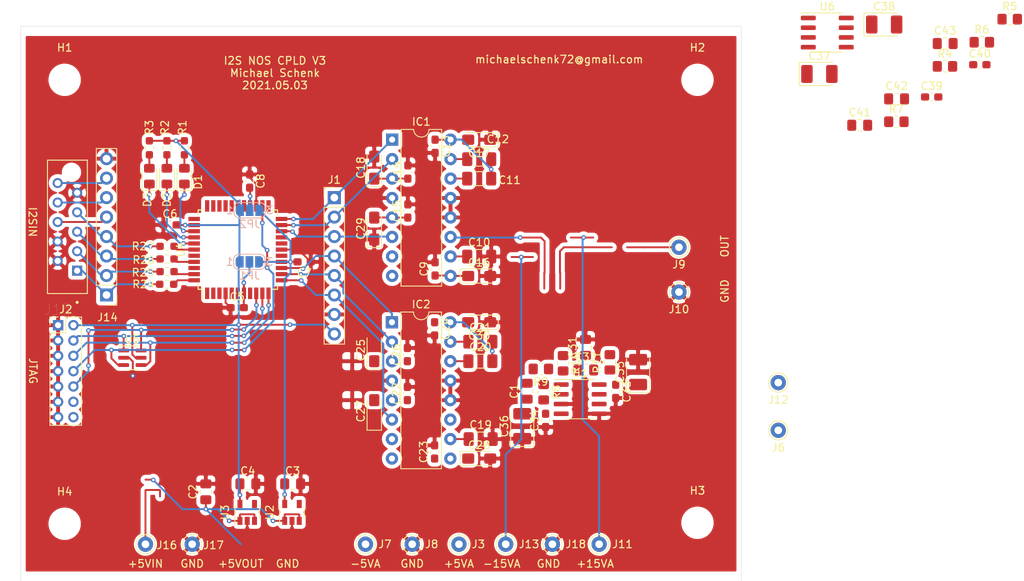
<source format=kicad_pcb>
(kicad_pcb (version 20171130) (host pcbnew "(5.1.9-0-10_14)")
  (layers (0 F.Cu mixed) (31 B.Cu mixed) (34 B.Paste user) (35 F.Paste user) (36 B.SilkS user) (37 F.SilkS user) (38 B.Mask user) (39 F.Mask user) (44 Edge.Cuts user))
  (net 0 "")
  (net 1 GND)
  (net 2 +3V3)
  (net 3 "Net-(D3-Pad2)")
  (net 4 "Net-(D3-Pad1)")
  (net 5 +1V8)
  (net 6 "Net-(C8-Pad2)")
  (net 7 "Net-(J14-Pad6)")
  (net 8 "Net-(J14-Pad5)")
  (net 9 "Net-(J14-Pad4)")
  (net 10 "Net-(J14-Pad3)")
  (net 11 "Net-(J14-Pad2)")
  (net 12 "Net-(J14-Pad1)")
  (net 13 "Net-(C2-Pad1)")
  (net 14 "Net-(D1-Pad2)")
  (net 15 JTAG_TCK)
  (net 16 JTAG_TDO)
  (net 17 JTAG_TDI)
  (net 18 JTAG_TMS)
  (net 19 "Net-(C5-Pad2)")
  (net 20 MCLK)
  (net 21 "Net-(D1-Pad1)")
  (net 22 "Net-(D2-Pad2)")
  (net 23 "Net-(D2-Pad1)")
  (net 24 "Net-(J14-Pad7)")
  (net 25 BCK)
  (net 26 LRCK)
  (net 27 DATAIN)
  (net 28 DATAOUTR)
  (net 29 DATAOUTL)
  (net 30 +5VA)
  (net 31 "Net-(C10-Pad1)")
  (net 32 -5VA)
  (net 33 "Net-(C11-Pad1)")
  (net 34 "Net-(C12-Pad1)")
  (net 35 "Net-(C16-Pad2)")
  (net 36 -15V)
  (net 37 +15V)
  (net 38 "Net-(C19-Pad1)")
  (net 39 "Net-(C20-Pad1)")
  (net 40 "Net-(C21-Pad1)")
  (net 41 LEOUTR)
  (net 42 CLKOUTR)
  (net 43 LEOUTL)
  (net 44 CLKOUTL)
  (net 45 "Net-(C1-Pad2)")
  (net 46 "Net-(C1-Pad1)")
  (net 47 "Net-(C31-Pad1)")
  (net 48 "Net-(C32-Pad2)")
  (net 49 "Net-(C32-Pad1)")
  (net 50 "Net-(C41-Pad2)")
  (net 51 "Net-(C41-Pad1)")
  (net 52 "Net-(C42-Pad1)")
  (net 53 "Net-(C43-Pad2)")
  (net 54 "Net-(C43-Pad1)")
  (module Capacitor_SMD:C_0603_1608Metric_Pad1.08x0.95mm_HandSolder (layer F.Cu) (at 158.369 97.4355 90)
    (fp_text reference C26 (at 0 -1.43 90) (layer F.SilkS))
    (fp_text value 100nF)
    (pad 2 smd roundrect (at 0.8625 0 90) (size 1.075 0.95) (layers F.Cu F.Paste F.Mask) (net 1 GND))
    (pad 1 smd roundrect (at -0.8625 0 90) (size 1.075 0.95) (layers F.Cu F.Paste F.Mask) (net 30 +5VA))
  )
  (module Capacitor_SMD:C_0603_1608Metric_Pad1.08x0.95mm_HandSolder (layer F.Cu) (at 161.925 94.0805 270)
    (fp_text reference C24 (at 0 -1.43 90) (layer F.SilkS))
    (fp_text value 100nF)
    (pad 2 smd roundrect (at 0.8625 0 270) (size 1.075 0.95) (layers F.Cu F.Paste F.Mask) (net 1 GND))
    (pad 1 smd roundrect (at -0.8625 0 270) (size 1.075 0.95) (layers F.Cu F.Paste F.Mask) (net 32 -5VA))
  )
  (module Capacitor_SMD:C_0603_1608Metric_Pad1.08x0.95mm_HandSolder (layer F.Cu) (at 161.925 110.1355 90)
    (fp_text reference C23 (at 0 -1.43 90) (layer F.SilkS))
    (fp_text value 100nF)
    (pad 2 smd roundrect (at 0.8625 0 90) (size 1.075 0.95) (layers F.Cu F.Paste F.Mask) (net 1 GND))
    (pad 1 smd roundrect (at -0.8625 0 90) (size 1.075 0.95) (layers F.Cu F.Paste F.Mask) (net 30 +5VA))
  )
  (module Capacitor_SMD:C_0603_1608Metric_Pad1.08x0.95mm_HandSolder (layer F.Cu) (at 158.369 102.5155 90)
    (fp_text reference C22 (at 0 -1.43 90) (layer F.SilkS))
    (fp_text value 100nF)
    (pad 2 smd roundrect (at 0.8625 0 90) (size 1.075 0.95) (layers F.Cu F.Paste F.Mask) (net 1 GND))
    (pad 1 smd roundrect (at -0.8625 0 90) (size 1.075 0.95) (layers F.Cu F.Paste F.Mask) (net 32 -5VA))
  )
  (module Capacitor_SMD:C_0603_1608Metric_Pad1.08x0.95mm_HandSolder (layer F.Cu) (at 158.4325 78.703 90)
    (fp_text reference C15 (at 0 -1.43 90) (layer F.SilkS))
    (fp_text value 100nF)
    (pad 2 smd roundrect (at 0.8625 0 90) (size 1.075 0.95) (layers F.Cu F.Paste F.Mask) (net 1 GND))
    (pad 1 smd roundrect (at -0.8625 0 90) (size 1.075 0.95) (layers F.Cu F.Paste F.Mask) (net 32 -5VA))
  )
  (module Capacitor_SMD:C_0603_1608Metric_Pad1.08x0.95mm_HandSolder (layer F.Cu) (at 158.4325 73.623 90)
    (fp_text reference C14 (at 0 -1.43 90) (layer F.SilkS))
    (fp_text value 100nF)
    (pad 2 smd roundrect (at 0.8625 0 90) (size 1.075 0.95) (layers F.Cu F.Paste F.Mask) (net 1 GND))
    (pad 1 smd roundrect (at -0.8625 0 90) (size 1.075 0.95) (layers F.Cu F.Paste F.Mask) (net 30 +5VA))
  )
  (module Capacitor_SMD:C_0603_1608Metric_Pad1.08x0.95mm_HandSolder (layer F.Cu) (at 161.9885 70.268 270)
    (fp_text reference C13 (at 0 -1.43 90) (layer F.SilkS))
    (fp_text value 100nF)
    (pad 2 smd roundrect (at 0.8625 0 270) (size 1.075 0.95) (layers F.Cu F.Paste F.Mask) (net 1 GND))
    (pad 1 smd roundrect (at -0.8625 0 270) (size 1.075 0.95) (layers F.Cu F.Paste F.Mask) (net 32 -5VA))
  )
  (module Capacitor_SMD:C_0603_1608Metric_Pad1.08x0.95mm_HandSolder (layer F.Cu) (at 161.9885 86.2595 90)
    (fp_text reference C9 (at 0 -1.43 90) (layer F.SilkS))
    (fp_text value 100nF)
    (pad 2 smd roundrect (at 0.8625 0 90) (size 1.075 0.95) (layers F.Cu F.Paste F.Mask) (net 1 GND))
    (pad 1 smd roundrect (at -0.8625 0 90) (size 1.075 0.95) (layers F.Cu F.Paste F.Mask) (net 30 +5VA))
  )
  (module Package_SO:SOIC-8_3.9x4.9mm_P1.27mm (layer F.Cu) (at 213.148001 55.430001)
    (fp_text reference U6 (at 0 -3.4) (layer F.SilkS))
    (fp_text value OPA1612)
    (pad 8 smd roundrect (at 2.475 -1.905) (size 1.95 0.6) (layers F.Cu F.Paste F.Mask) (net 37 +15V))
    (pad 7 smd roundrect (at 2.475 -0.635) (size 1.95 0.6) (layers F.Cu F.Paste F.Mask) (net 54 "Net-(C43-Pad1)"))
    (pad 6 smd roundrect (at 2.475 0.635) (size 1.95 0.6) (layers F.Cu F.Paste F.Mask) (net 53 "Net-(C43-Pad2)"))
    (pad 5 smd roundrect (at 2.475 1.905) (size 1.95 0.6) (layers F.Cu F.Paste F.Mask) (net 1 GND))
    (pad 4 smd roundrect (at -2.475 1.905) (size 1.95 0.6) (layers F.Cu F.Paste F.Mask) (net 36 -15V))
    (pad 3 smd roundrect (at -2.475 0.635) (size 1.95 0.6) (layers F.Cu F.Paste F.Mask) (net 1 GND))
    (pad 2 smd roundrect (at -2.475 -0.635) (size 1.95 0.6) (layers F.Cu F.Paste F.Mask) (net 51 "Net-(C41-Pad1)"))
    (pad 1 smd roundrect (at -2.475 -1.905) (size 1.95 0.6) (layers F.Cu F.Paste F.Mask) (net 50 "Net-(C41-Pad2)"))
  )
  (module Resistor_SMD:R_0805_2012Metric_Pad1.20x1.40mm_HandSolder (layer F.Cu) (at 222.158001 67.060001)
    (fp_text reference R7 (at 0 -1.65) (layer F.SilkS))
    (fp_text value 2k)
    (pad 2 smd roundrect (at 1 0) (size 1.2 1.4) (layers F.Cu F.Paste F.Mask) (roundrect_rratio 0.208333) (net 52 "Net-(C42-Pad1)"))
    (pad 1 smd roundrect (at -1 0) (size 1.2 1.4) (layers F.Cu F.Paste F.Mask) (roundrect_rratio 0.208333) (net 53 "Net-(C43-Pad2)"))
  )
  (module Resistor_SMD:R_0805_2012Metric_Pad1.20x1.40mm_HandSolder (layer F.Cu) (at 233.308001 56.690001)
    (fp_text reference R6 (at 0 -1.65) (layer F.SilkS))
    (fp_text value 4.7k)
    (pad 2 smd roundrect (at 1 0) (size 1.2 1.4) (layers F.Cu F.Paste F.Mask) (roundrect_rratio 0.208333) (net 54 "Net-(C43-Pad1)"))
    (pad 1 smd roundrect (at -1 0) (size 1.2 1.4) (layers F.Cu F.Paste F.Mask) (roundrect_rratio 0.208333) (net 52 "Net-(C42-Pad1)"))
  )
  (module Resistor_SMD:R_0805_2012Metric_Pad1.20x1.40mm_HandSolder (layer F.Cu) (at 236.948001 53.680001)
    (fp_text reference R5 (at 0 -1.65) (layer F.SilkS))
    (fp_text value 4.7k)
    (pad 2 smd roundrect (at 1 0) (size 1.2 1.4) (layers F.Cu F.Paste F.Mask) (roundrect_rratio 0.208333) (net 50 "Net-(C41-Pad2)"))
    (pad 1 smd roundrect (at -1 0) (size 1.2 1.4) (layers F.Cu F.Paste F.Mask) (roundrect_rratio 0.208333) (net 52 "Net-(C42-Pad1)"))
  )
  (module Resistor_SMD:R_0805_2012Metric_Pad1.20x1.40mm_HandSolder (layer F.Cu) (at 228.498001 59.840001)
    (fp_text reference R4 (at 0 -1.65) (layer F.SilkS))
    (fp_text value 2.5k)
    (pad 2 smd roundrect (at 1 0) (size 1.2 1.4) (layers F.Cu F.Paste F.Mask) (roundrect_rratio 0.208333) (net 51 "Net-(C41-Pad1)"))
    (pad 1 smd roundrect (at -1 0) (size 1.2 1.4) (layers F.Cu F.Paste F.Mask) (roundrect_rratio 0.208333) (net 50 "Net-(C41-Pad2)"))
  )
  (module Capacitor_SMD:C_0805_2012Metric_Pad1.18x1.45mm_HandSolder (layer F.Cu) (at 228.528001 56.860001)
    (fp_text reference C43 (at 0 -1.68) (layer F.SilkS))
    (fp_text value 560p)
    (pad 2 smd roundrect (at 1.0375 0) (size 1.175 1.45) (layers F.Cu F.Paste F.Mask) (roundrect_rratio 0.212766) (net 53 "Net-(C43-Pad2)"))
    (pad 1 smd roundrect (at -1.0375 0) (size 1.175 1.45) (layers F.Cu F.Paste F.Mask) (roundrect_rratio 0.212766) (net 54 "Net-(C43-Pad1)"))
  )
  (module Capacitor_SMD:C_0805_2012Metric_Pad1.18x1.45mm_HandSolder (layer F.Cu) (at 222.188001 64.080001)
    (fp_text reference C42 (at 0 -1.68) (layer F.SilkS))
    (fp_text value 2n2)
    (pad 2 smd roundrect (at 1.0375 0) (size 1.175 1.45) (layers F.Cu F.Paste F.Mask) (roundrect_rratio 0.212766) (net 1 GND))
    (pad 1 smd roundrect (at -1.0375 0) (size 1.175 1.45) (layers F.Cu F.Paste F.Mask) (roundrect_rratio 0.212766) (net 52 "Net-(C42-Pad1)"))
  )
  (module Capacitor_SMD:C_0805_2012Metric_Pad1.18x1.45mm_HandSolder (layer F.Cu) (at 217.378001 67.520001)
    (fp_text reference C41 (at 0 -1.68) (layer F.SilkS))
    (fp_text value 220pF)
    (pad 2 smd roundrect (at 1.0375 0) (size 1.175 1.45) (layers F.Cu F.Paste F.Mask) (roundrect_rratio 0.212766) (net 50 "Net-(C41-Pad2)"))
    (pad 1 smd roundrect (at -1.0375 0) (size 1.175 1.45) (layers F.Cu F.Paste F.Mask) (roundrect_rratio 0.212766) (net 51 "Net-(C41-Pad1)"))
  )
  (module Capacitor_SMD:C_0603_1608Metric_Pad1.08x0.95mm_HandSolder (layer F.Cu) (at 233.048001 59.620001)
    (fp_text reference C40 (at 0 -1.43) (layer F.SilkS))
    (fp_text value 100nF)
    (pad 2 smd roundrect (at 0.8625 0) (size 1.075 0.95) (layers F.Cu F.Paste F.Mask) (net 36 -15V))
    (pad 1 smd roundrect (at -0.8625 0) (size 1.075 0.95) (layers F.Cu F.Paste F.Mask) (net 1 GND))
  )
  (module Capacitor_SMD:C_0603_1608Metric_Pad1.08x0.95mm_HandSolder (layer F.Cu) (at 226.768001 63.830001)
    (fp_text reference C39 (at 0 -1.43) (layer F.SilkS))
    (fp_text value 100nF)
    (pad 2 smd roundrect (at 0.8625 0) (size 1.075 0.95) (layers F.Cu F.Paste F.Mask) (net 1 GND))
    (pad 1 smd roundrect (at -0.8625 0) (size 1.075 0.95) (layers F.Cu F.Paste F.Mask) (net 37 +15V))
  )
  (module Capacitor_Tantalum_SMD:CP_EIA-3528-21_Kemet-B_Pad1.50x2.35mm_HandSolder (layer F.Cu) (at 220.568001 54.380001)
    (fp_text reference C38 (at 0 -2.35) (layer F.SilkS))
    (fp_text value 10uF/25V)
    (pad 2 smd roundrect (at 1.625 0) (size 1.5 2.35) (layers F.Cu F.Paste F.Mask) (roundrect_rratio 0.166667) (net 36 -15V))
    (pad 1 smd roundrect (at -1.625 0) (size 1.5 2.35) (layers F.Cu F.Paste F.Mask) (roundrect_rratio 0.166667) (net 1 GND))
  )
  (module Capacitor_Tantalum_SMD:CP_EIA-3528-21_Kemet-B_Pad1.50x2.35mm_HandSolder (layer F.Cu) (at 212.118001 60.830001)
    (fp_text reference C37 (at 0 -2.35) (layer F.SilkS))
    (fp_text value 10uF/25V)
    (pad 2 smd roundrect (at 1.625 0) (size 1.5 2.35) (layers F.Cu F.Paste F.Mask) (roundrect_rratio 0.166667) (net 1 GND))
    (pad 1 smd roundrect (at -1.625 0) (size 1.5 2.35) (layers F.Cu F.Paste F.Mask) (roundrect_rratio 0.166667) (net 37 +15V))
  )
  (module Capacitor_Tantalum_SMD:CP_EIA-3216-18_Kemet-A_Pad1.58x1.35mm_HandSolder (layer F.Cu) (at 154.051 81.003 90)
    (fp_text reference C29 (at 0 -1.75 90) (layer F.SilkS))
    (fp_text value 10uF/25V)
    (pad 2 smd roundrect (at 1.4375 0 90) (size 1.575 1.35) (layers F.Cu F.Paste F.Mask) (roundrect_rratio 0.185185) (net 32 -5VA))
    (pad 1 smd roundrect (at -1.4375 0 90) (size 1.575 1.35) (layers F.Cu F.Paste F.Mask) (roundrect_rratio 0.185185) (net 1 GND))
  )
  (module Capacitor_Tantalum_SMD:CP_EIA-3216-18_Kemet-A_Pad1.58x1.35mm_HandSolder (layer F.Cu) (at 154.051 73.048 90)
    (fp_text reference C18 (at 0 -1.75 90) (layer F.SilkS))
    (fp_text value 10uF/10V)
    (pad 2 smd roundrect (at 1.4375 0 90) (size 1.575 1.35) (layers F.Cu F.Paste F.Mask) (roundrect_rratio 0.185185) (net 1 GND))
    (pad 1 smd roundrect (at -1.4375 0 90) (size 1.575 1.35) (layers F.Cu F.Paste F.Mask) (roundrect_rratio 0.185185) (net 30 +5VA))
  )
  (module Capacitor_Tantalum_SMD:CP_EIA-3216-18_Kemet-A_Pad1.58x1.35mm_HandSolder (layer F.Cu) (at 167.744 69.4055 180)
    (fp_text reference C17 (at 0 -1.75) (layer F.SilkS))
    (fp_text value 10uF/25V)
    (pad 2 smd roundrect (at 1.4375 0 180) (size 1.575 1.35) (layers F.Cu F.Paste F.Mask) (roundrect_rratio 0.185185) (net 32 -5VA))
    (pad 1 smd roundrect (at -1.4375 0 180) (size 1.575 1.35) (layers F.Cu F.Paste F.Mask) (roundrect_rratio 0.185185) (net 1 GND))
  )
  (module Capacitor_Tantalum_SMD:CP_EIA-3216-18_Kemet-A_Pad1.58x1.35mm_HandSolder (layer F.Cu) (at 167.744 87.1855)
    (fp_text reference C16 (at 0 -1.75) (layer F.SilkS))
    (fp_text value 10uF/25V)
    (pad 2 smd roundrect (at 1.4375 0) (size 1.575 1.35) (layers F.Cu F.Paste F.Mask) (roundrect_rratio 0.185185) (net 1 GND))
    (pad 1 smd roundrect (at -1.4375 0) (size 1.575 1.35) (layers F.Cu F.Paste F.Mask) (roundrect_rratio 0.185185) (net 30 +5VA))
  )
  (module Capacitor_Tantalum_SMD:CP_EIA-3216-18_Kemet-A_Pad1.58x1.35mm_HandSolder (layer F.Cu) (at 167.744 93.218 180)
    (fp_text reference C30 (at 0 -1.75) (layer F.SilkS))
    (fp_text value 10uF/25V)
    (pad 2 smd roundrect (at 1.4375 0 180) (size 1.575 1.35) (layers F.Cu F.Paste F.Mask) (roundrect_rratio 0.185185) (net 32 -5VA))
    (pad 1 smd roundrect (at -1.4375 0 180) (size 1.575 1.35) (layers F.Cu F.Paste F.Mask) (roundrect_rratio 0.185185) (net 1 GND))
  )
  (module Capacitor_Tantalum_SMD:CP_EIA-3216-18_Kemet-A_Pad1.58x1.35mm_HandSolder (layer F.Cu) (at 167.744 110.998)
    (fp_text reference C28 (at 0 -1.75) (layer F.SilkS))
    (fp_text value 10uF/25V)
    (pad 2 smd roundrect (at 1.4375 0) (size 1.575 1.35) (layers F.Cu F.Paste F.Mask) (roundrect_rratio 0.185185) (net 1 GND))
    (pad 1 smd roundrect (at -1.4375 0) (size 1.575 1.35) (layers F.Cu F.Paste F.Mask) (roundrect_rratio 0.185185) (net 30 +5VA))
  )
  (module Capacitor_Tantalum_SMD:CP_EIA-3216-18_Kemet-A_Pad1.58x1.35mm_HandSolder (layer F.Cu) (at 154.051 104.8155 90)
    (fp_text reference C27 (at 0 -1.75 90) (layer F.SilkS))
    (fp_text value 10uF/25V)
    (pad 2 smd roundrect (at 1.4375 0 90) (size 1.575 1.35) (layers F.Cu F.Paste F.Mask) (roundrect_rratio 0.185185) (net 32 -5VA))
    (pad 1 smd roundrect (at -1.4375 0 90) (size 1.575 1.35) (layers F.Cu F.Paste F.Mask) (roundrect_rratio 0.185185) (net 1 GND))
  )
  (module Capacitor_Tantalum_SMD:CP_EIA-3216-18_Kemet-A_Pad1.58x1.35mm_HandSolder (layer F.Cu) (at 154.051 96.8605 90)
    (fp_text reference C25 (at 0 -1.75 90) (layer F.SilkS))
    (fp_text value 10uF/10V)
    (pad 2 smd roundrect (at 1.4375 0 90) (size 1.575 1.35) (layers F.Cu F.Paste F.Mask) (roundrect_rratio 0.185185) (net 1 GND))
    (pad 1 smd roundrect (at -1.4375 0 90) (size 1.575 1.35) (layers F.Cu F.Paste F.Mask) (roundrect_rratio 0.185185) (net 30 +5VA))
  )
  (module Package_SO:SOIC-8_3.9x4.9mm_P1.27mm (layer F.Cu) (at 180.913 103.251)
    (fp_text reference U1 (at 0 -3.4) (layer F.SilkS))
    (fp_text value OPA1612)
    (pad 8 smd roundrect (at 2.475 -1.905) (size 1.95 0.6) (layers F.Cu F.Paste F.Mask) (net 37 +15V))
    (pad 7 smd roundrect (at 2.475 -0.635) (size 1.95 0.6) (layers F.Cu F.Paste F.Mask) (net 49 "Net-(C32-Pad1)"))
    (pad 6 smd roundrect (at 2.475 0.635) (size 1.95 0.6) (layers F.Cu F.Paste F.Mask) (net 48 "Net-(C32-Pad2)"))
    (pad 5 smd roundrect (at 2.475 1.905) (size 1.95 0.6) (layers F.Cu F.Paste F.Mask) (net 1 GND))
    (pad 4 smd roundrect (at -2.475 1.905) (size 1.95 0.6) (layers F.Cu F.Paste F.Mask) (net 36 -15V))
    (pad 3 smd roundrect (at -2.475 0.635) (size 1.95 0.6) (layers F.Cu F.Paste F.Mask) (net 1 GND))
    (pad 2 smd roundrect (at -2.475 -0.635) (size 1.95 0.6) (layers F.Cu F.Paste F.Mask) (net 46 "Net-(C1-Pad1)"))
    (pad 1 smd roundrect (at -2.475 -1.905) (size 1.95 0.6) (layers F.Cu F.Paste F.Mask) (net 45 "Net-(C1-Pad2)"))
  )
  (module Capacitor_SMD:C_0603_1608Metric_Pad1.08x0.95mm_HandSolder (layer F.Cu) (at 176.403 106.0185 90)
    (fp_text reference C34 (at 0 -1.43 90) (layer F.SilkS))
    (fp_text value 100nF)
    (pad 2 smd roundrect (at 0.8625 0 90) (size 1.075 0.95) (layers F.Cu F.Paste F.Mask) (net 36 -15V))
    (pad 1 smd roundrect (at -0.8625 0 90) (size 1.075 0.95) (layers F.Cu F.Paste F.Mask) (net 1 GND))
  )
  (module Capacitor_SMD:C_0603_1608Metric_Pad1.08x0.95mm_HandSolder (layer F.Cu) (at 185.547 102.235 270)
    (fp_text reference C33 (at 0 -1.43 90) (layer F.SilkS))
    (fp_text value 100nF)
    (pad 2 smd roundrect (at 0.8625 0 270) (size 1.075 0.95) (layers F.Cu F.Paste F.Mask) (net 1 GND))
    (pad 1 smd roundrect (at -0.8625 0 270) (size 1.075 0.95) (layers F.Cu F.Paste F.Mask) (net 37 +15V))
  )
  (module Resistor_SMD:R_0805_2012Metric_Pad1.20x1.40mm_HandSolder (layer F.Cu) (at 184.785 98.441 90)
    (fp_text reference R11 (at 0 -1.65 90) (layer F.SilkS))
    (fp_text value 2k)
    (pad 2 smd roundrect (at 1 0 90) (size 1.2 1.4) (layers F.Cu F.Paste F.Mask) (roundrect_rratio 0.208333) (net 47 "Net-(C31-Pad1)"))
    (pad 1 smd roundrect (at -1 0 90) (size 1.2 1.4) (layers F.Cu F.Paste F.Mask) (roundrect_rratio 0.208333) (net 48 "Net-(C32-Pad2)"))
  )
  (module Resistor_SMD:R_0805_2012Metric_Pad1.20x1.40mm_HandSolder (layer F.Cu) (at 178.689 98.568 270)
    (fp_text reference R10 (at 0 -1.65 90) (layer F.SilkS))
    (fp_text value 4.7k)
    (pad 2 smd roundrect (at 1 0 270) (size 1.2 1.4) (layers F.Cu F.Paste F.Mask) (roundrect_rratio 0.208333) (net 49 "Net-(C32-Pad1)"))
    (pad 1 smd roundrect (at -1 0 270) (size 1.2 1.4) (layers F.Cu F.Paste F.Mask) (roundrect_rratio 0.208333) (net 47 "Net-(C31-Pad1)"))
  )
  (module Resistor_SMD:R_0805_2012Metric_Pad1.20x1.40mm_HandSolder (layer F.Cu) (at 175.784 99.314 180)
    (fp_text reference R9 (at 0 -1.65) (layer F.SilkS))
    (fp_text value 4.7k)
    (pad 2 smd roundrect (at 1 0 180) (size 1.2 1.4) (layers F.Cu F.Paste F.Mask) (roundrect_rratio 0.208333) (net 45 "Net-(C1-Pad2)"))
    (pad 1 smd roundrect (at -1 0 180) (size 1.2 1.4) (layers F.Cu F.Paste F.Mask) (roundrect_rratio 0.208333) (net 47 "Net-(C31-Pad1)"))
  )
  (module Resistor_SMD:R_0805_2012Metric_Pad1.20x1.40mm_HandSolder (layer F.Cu) (at 176.149 102.346 270)
    (fp_text reference R8 (at 0 -1.65 90) (layer F.SilkS))
    (fp_text value 2.5k)
    (pad 2 smd roundrect (at 1 0 270) (size 1.2 1.4) (layers F.Cu F.Paste F.Mask) (roundrect_rratio 0.208333) (net 46 "Net-(C1-Pad1)"))
    (pad 1 smd roundrect (at -1 0 270) (size 1.2 1.4) (layers F.Cu F.Paste F.Mask) (roundrect_rratio 0.208333) (net 45 "Net-(C1-Pad2)"))
  )
  (module Capacitor_Tantalum_SMD:CP_EIA-3528-21_Kemet-B_Pad1.50x2.35mm_HandSolder (layer F.Cu) (at 173.355 106.781 90)
    (fp_text reference C36 (at 0 -2.35 90) (layer F.SilkS))
    (fp_text value 10uF/25V)
    (pad 2 smd roundrect (at 1.625 0 90) (size 1.5 2.35) (layers F.Cu F.Paste F.Mask) (roundrect_rratio 0.166667) (net 36 -15V))
    (pad 1 smd roundrect (at -1.625 0 90) (size 1.5 2.35) (layers F.Cu F.Paste F.Mask) (roundrect_rratio 0.166667) (net 1 GND))
  )
  (module Capacitor_Tantalum_SMD:CP_EIA-3528-21_Kemet-B_Pad1.50x2.35mm_HandSolder (layer F.Cu) (at 188.468 99.721 90)
    (fp_text reference C35 (at 0 -2.35 90) (layer F.SilkS))
    (fp_text value 10uF/25V)
    (pad 2 smd roundrect (at 1.625 0 90) (size 1.5 2.35) (layers F.Cu F.Paste F.Mask) (roundrect_rratio 0.166667) (net 1 GND))
    (pad 1 smd roundrect (at -1.625 0 90) (size 1.5 2.35) (layers F.Cu F.Paste F.Mask) (roundrect_rratio 0.166667) (net 37 +15V))
  )
  (module Capacitor_SMD:C_0805_2012Metric_Pad1.18x1.45mm_HandSolder (layer F.Cu) (at 181.6315 99.441)
    (fp_text reference C32 (at 0 -1.68) (layer F.SilkS))
    (fp_text value 560p)
    (pad 2 smd roundrect (at 1.0375 0) (size 1.175 1.45) (layers F.Cu F.Paste F.Mask) (roundrect_rratio 0.212766) (net 48 "Net-(C32-Pad2)"))
    (pad 1 smd roundrect (at -1.0375 0) (size 1.175 1.45) (layers F.Cu F.Paste F.Mask) (roundrect_rratio 0.212766) (net 49 "Net-(C32-Pad1)"))
  )
  (module Capacitor_SMD:C_0805_2012Metric_Pad1.18x1.45mm_HandSolder (layer F.Cu) (at 181.61 96.4985 90)
    (fp_text reference C31 (at 0 -1.68 90) (layer F.SilkS))
    (fp_text value 2n2)
    (pad 2 smd roundrect (at 1.0375 0 90) (size 1.175 1.45) (layers F.Cu F.Paste F.Mask) (roundrect_rratio 0.212766) (net 1 GND))
    (pad 1 smd roundrect (at -1.0375 0 90) (size 1.175 1.45) (layers F.Cu F.Paste F.Mask) (roundrect_rratio 0.212766) (net 47 "Net-(C31-Pad1)"))
  )
  (module Capacitor_SMD:C_0805_2012Metric_Pad1.18x1.45mm_HandSolder (layer F.Cu) (at 173.99 102.2135 90)
    (fp_text reference C1 (at 0 -1.68 90) (layer F.SilkS))
    (fp_text value 220pF)
    (pad 2 smd roundrect (at 1.0375 0 90) (size 1.175 1.45) (layers F.Cu F.Paste F.Mask) (roundrect_rratio 0.212766) (net 45 "Net-(C1-Pad2)"))
    (pad 1 smd roundrect (at -1.0375 0 90) (size 1.175 1.45) (layers F.Cu F.Paste F.Mask) (roundrect_rratio 0.212766) (net 46 "Net-(C1-Pad1)"))
  )
  (module Package_SO:SC-74-6_1.5x2.9mm_P0.95mm (layer F.Cu) (at 122.497 97.8535)
    (fp_text reference U5 (at 0 -2.4) (layer F.SilkS))
    (fp_text value CM1293A−04SO)
    (pad 6 smd roundrect (at 1.1375 -0.95) (size 1.425 0.5) (layers F.Cu F.Paste F.Mask) (net 17 JTAG_TDI))
    (pad 5 smd roundrect (at 1.1375 0) (size 1.425 0.5) (layers F.Cu F.Paste F.Mask) (net 2 +3V3))
    (pad 4 smd roundrect (at 1.1375 0.95) (size 1.425 0.5) (layers F.Cu F.Paste F.Mask) (net 15 JTAG_TCK))
    (pad 3 smd roundrect (at -1.1375 0.95) (size 1.425 0.5) (layers F.Cu F.Paste F.Mask) (net 16 JTAG_TDO))
    (pad 2 smd roundrect (at -1.1375 0) (size 1.425 0.5) (layers F.Cu F.Paste F.Mask) (net 1 GND))
    (pad 1 smd roundrect (at -1.1375 -0.95) (size 1.425 0.5) (layers F.Cu F.Paste F.Mask) (net 18 JTAG_TMS))
  )
  (module Connector_PinHeader_2.00mm:PinHeader_2x07_P2.00mm_Vertical (layer F.Cu) (at 112.808 93.599)
    (fp_text reference J2 (at 1 -2.06) (layer F.SilkS))
    (fp_text value Conn_02x07_Odd_Even)
    (pad 14 thru_hole oval (at 2 12) (size 1.35 1.35) (drill 0.8) (layers *.Cu *.Mask))
    (pad 13 thru_hole oval (at 0 12) (size 1.35 1.35) (drill 0.8) (layers *.Cu *.Mask) (net 1 GND))
    (pad 12 thru_hole oval (at 2 10) (size 1.35 1.35) (drill 0.8) (layers *.Cu *.Mask))
    (pad 11 thru_hole oval (at 0 10) (size 1.35 1.35) (drill 0.8) (layers *.Cu *.Mask) (net 1 GND))
    (pad 10 thru_hole oval (at 2 8) (size 1.35 1.35) (drill 0.8) (layers *.Cu *.Mask) (net 17 JTAG_TDI))
    (pad 9 thru_hole oval (at 0 8) (size 1.35 1.35) (drill 0.8) (layers *.Cu *.Mask) (net 1 GND))
    (pad 8 thru_hole oval (at 2 6) (size 1.35 1.35) (drill 0.8) (layers *.Cu *.Mask) (net 16 JTAG_TDO))
    (pad 7 thru_hole oval (at 0 6) (size 1.35 1.35) (drill 0.8) (layers *.Cu *.Mask) (net 1 GND))
    (pad 6 thru_hole oval (at 2 4) (size 1.35 1.35) (drill 0.8) (layers *.Cu *.Mask) (net 15 JTAG_TCK))
    (pad 5 thru_hole oval (at 0 4) (size 1.35 1.35) (drill 0.8) (layers *.Cu *.Mask) (net 1 GND))
    (pad 4 thru_hole oval (at 2 2) (size 1.35 1.35) (drill 0.8) (layers *.Cu *.Mask) (net 18 JTAG_TMS))
    (pad 3 thru_hole oval (at 0 2) (size 1.35 1.35) (drill 0.8) (layers *.Cu *.Mask) (net 1 GND))
    (pad 2 thru_hole oval (at 2 0) (size 1.35 1.35) (drill 0.8) (layers *.Cu *.Mask) (net 2 +3V3))
    (pad 1 thru_hole rect (at 0 0) (size 1.35 1.35) (drill 0.8) (layers *.Cu *.Mask) (net 1 GND))
  )
  (module Connector_PinHeader_2.54mm:PinHeader_1x08_P2.54mm_Vertical (layer F.Cu) (at 148.844 76.962)
    (fp_text reference J1 (at 0 -2.33) (layer F.SilkS))
    (fp_text value Conn_01x08_Male)
    (pad 8 thru_hole oval (at 0 17.78) (size 1.7 1.7) (drill 1) (layers *.Cu *.Mask) (net 2 +3V3))
    (pad 7 thru_hole oval (at 0 15.24) (size 1.7 1.7) (drill 1) (layers *.Cu *.Mask) (net 1 GND))
    (pad 6 thru_hole oval (at 0 12.7) (size 1.7 1.7) (drill 1) (layers *.Cu *.Mask) (net 43 LEOUTL))
    (pad 5 thru_hole oval (at 0 10.16) (size 1.7 1.7) (drill 1) (layers *.Cu *.Mask) (net 44 CLKOUTL))
    (pad 4 thru_hole oval (at 0 7.62) (size 1.7 1.7) (drill 1) (layers *.Cu *.Mask) (net 29 DATAOUTL))
    (pad 3 thru_hole oval (at 0 5.08) (size 1.7 1.7) (drill 1) (layers *.Cu *.Mask) (net 41 LEOUTR))
    (pad 2 thru_hole oval (at 0 2.54) (size 1.7 1.7) (drill 1) (layers *.Cu *.Mask) (net 42 CLKOUTR))
    (pad 1 thru_hole rect (at 0 0) (size 1.7 1.7) (drill 1) (layers *.Cu *.Mask) (net 28 DATAOUTR))
  )
  (module Connector_Pin:Pin_D1.0mm_L10.0mm (layer F.Cu) (at 206.756 101.092)
    (fp_text reference J12 (at 0 2.25) (layer F.SilkS))
    (fp_text value GND)
    (pad 1 thru_hole circle (at 0 0) (size 2 2) (drill 1) (layers *.Cu *.Mask) (net 1 GND))
  )
  (module Connector_Pin:Pin_D1.0mm_L10.0mm (layer F.Cu) (at 206.756 107.315)
    (fp_text reference J6 (at 0 2.25) (layer F.SilkS))
    (fp_text value OUT)
    (pad 1 thru_hole circle (at 0 0) (size 2 2) (drill 1) (layers *.Cu *.Mask) (net 49 "Net-(C32-Pad1)"))
  )
  (module Package_DIP:DIP-16_W7.62mm (layer F.Cu) (at 156.358 93.218)
    (fp_text reference IC2 (at 3.81 -2.33) (layer F.SilkS))
    (fp_text value PCM1702P)
    (pad 16 thru_hole oval (at 7.62 0) (size 1.6 1.6) (drill 0.8) (layers *.Cu *.Mask) (net 32 -5VA))
    (pad 8 thru_hole oval (at 0 17.78) (size 1.6 1.6) (drill 0.8) (layers *.Cu *.Mask))
    (pad 15 thru_hole oval (at 7.62 2.54) (size 1.6 1.6) (drill 0.8) (layers *.Cu *.Mask) (net 40 "Net-(C21-Pad1)"))
    (pad 7 thru_hole oval (at 0 15.24) (size 1.6 1.6) (drill 0.8) (layers *.Cu *.Mask))
    (pad 14 thru_hole oval (at 7.62 5.08) (size 1.6 1.6) (drill 0.8) (layers *.Cu *.Mask) (net 39 "Net-(C20-Pad1)"))
    (pad 6 thru_hole oval (at 0 12.7) (size 1.6 1.6) (drill 0.8) (layers *.Cu *.Mask) (net 43 LEOUTL))
    (pad 13 thru_hole oval (at 7.62 7.62) (size 1.6 1.6) (drill 0.8) (layers *.Cu *.Mask) (net 1 GND))
    (pad 5 thru_hole oval (at 0 10.16) (size 1.6 1.6) (drill 0.8) (layers *.Cu *.Mask) (net 32 -5VA))
    (pad 12 thru_hole oval (at 7.62 10.16) (size 1.6 1.6) (drill 0.8) (layers *.Cu *.Mask) (net 1 GND))
    (pad 4 thru_hole oval (at 0 7.62) (size 1.6 1.6) (drill 0.8) (layers *.Cu *.Mask) (net 1 GND))
    (pad 11 thru_hole oval (at 7.62 12.7) (size 1.6 1.6) (drill 0.8) (layers *.Cu *.Mask) (net 46 "Net-(C1-Pad1)"))
    (pad 3 thru_hole oval (at 0 5.08) (size 1.6 1.6) (drill 0.8) (layers *.Cu *.Mask) (net 30 +5VA))
    (pad 10 thru_hole oval (at 7.62 15.24) (size 1.6 1.6) (drill 0.8) (layers *.Cu *.Mask) (net 38 "Net-(C19-Pad1)"))
    (pad 2 thru_hole oval (at 0 2.54) (size 1.6 1.6) (drill 0.8) (layers *.Cu *.Mask) (net 44 CLKOUTL))
    (pad 9 thru_hole oval (at 7.62 17.78) (size 1.6 1.6) (drill 0.8) (layers *.Cu *.Mask) (net 30 +5VA))
    (pad 1 thru_hole rect (at 0 0) (size 1.6 1.6) (drill 0.8) (layers *.Cu *.Mask) (net 29 DATAOUTL))
  )
  (module Capacitor_SMD:C_1206_3216Metric_Pad1.33x1.80mm_HandSolder (layer F.Cu) (at 167.894 95.758)
    (fp_text reference C21 (at 0 -1.85) (layer F.SilkS))
    (fp_text value 100uF)
    (pad 2 smd roundrect (at 1.5625 0) (size 1.325 1.8) (layers F.Cu F.Paste F.Mask) (roundrect_rratio 0.1886784905660377) (net 32 -5VA))
    (pad 1 smd roundrect (at -1.5625 0) (size 1.325 1.8) (layers F.Cu F.Paste F.Mask) (roundrect_rratio 0.1886784905660377) (net 40 "Net-(C21-Pad1)"))
  )
  (module Capacitor_SMD:C_1206_3216Metric_Pad1.33x1.80mm_HandSolder (layer F.Cu) (at 167.894 98.298)
    (fp_text reference C20 (at 0 -1.85) (layer F.SilkS))
    (fp_text value 100uF)
    (pad 2 smd roundrect (at 1.5625 0) (size 1.325 1.8) (layers F.Cu F.Paste F.Mask) (roundrect_rratio 0.1886784905660377) (net 32 -5VA))
    (pad 1 smd roundrect (at -1.5625 0) (size 1.325 1.8) (layers F.Cu F.Paste F.Mask) (roundrect_rratio 0.1886784905660377) (net 39 "Net-(C20-Pad1)"))
  )
  (module Capacitor_SMD:C_1206_3216Metric_Pad1.33x1.80mm_HandSolder (layer F.Cu) (at 167.9325 108.458)
    (fp_text reference C19 (at 0 -1.85) (layer F.SilkS))
    (fp_text value 100uF)
    (pad 2 smd roundrect (at 1.5625 0) (size 1.325 1.8) (layers F.Cu F.Paste F.Mask) (roundrect_rratio 0.1886784905660377) (net 1 GND))
    (pad 1 smd roundrect (at -1.5625 0) (size 1.325 1.8) (layers F.Cu F.Paste F.Mask) (roundrect_rratio 0.1886784905660377) (net 38 "Net-(C19-Pad1)"))
  )
  (module Connector_Pin:Pin_D1.0mm_L10.0mm (layer F.Cu) (at 177.292 122.174)
    (fp_text reference J18 (at 3.048 0) (layer F.SilkS))
    (fp_text value GND)
    (pad 1 thru_hole circle (at 0 0) (size 2 2) (drill 1) (layers *.Cu *.Mask) (net 1 GND))
  )
  (module Connector_Pin:Pin_D1.0mm_L10.0mm (layer F.Cu) (at 171.196 122.174)
    (fp_text reference J13 (at 3.048 0) (layer F.SilkS))
    (fp_text value -15VAIN)
    (pad 1 thru_hole circle (at 0 0) (size 2 2) (drill 1) (layers *.Cu *.Mask) (net 36 -15V))
  )
  (module Connector_Pin:Pin_D1.0mm_L10.0mm (layer F.Cu) (at 183.388 122.174)
    (fp_text reference J11 (at 3.048 0) (layer F.SilkS))
    (fp_text value +15VAIN)
    (pad 1 thru_hole circle (at 0 0) (size 2 2) (drill 1) (layers *.Cu *.Mask) (net 37 +15V))
  )
  (module Connector_Pin:Pin_D1.0mm_L10.0mm (layer F.Cu) (at 193.802 89.281)
    (fp_text reference J10 (at 0 2.25) (layer F.SilkS))
    (fp_text value GND)
    (pad 1 thru_hole circle (at 0 0) (size 2 2) (drill 1) (layers *.Cu *.Mask) (net 1 GND))
  )
  (module Connector_Pin:Pin_D1.0mm_L10.0mm (layer F.Cu) (at 193.802 83.439)
    (fp_text reference J9 (at 0 2.25) (layer F.SilkS))
    (fp_text value OUT)
    (pad 1 thru_hole circle (at 0 0) (size 2 2) (drill 1) (layers *.Cu *.Mask) (net 54 "Net-(C43-Pad1)"))
  )
  (module Connector_Pin:Pin_D1.0mm_L10.0mm (layer F.Cu) (at 159.004 122.174)
    (fp_text reference J8 (at 2.54 0) (layer F.SilkS))
    (fp_text value GND)
    (pad 1 thru_hole circle (at 0 0) (size 2 2) (drill 1) (layers *.Cu *.Mask) (net 1 GND))
  )
  (module Connector_Pin:Pin_D1.0mm_L10.0mm (layer F.Cu) (at 152.908 122.174)
    (fp_text reference J7 (at 2.54 0) (layer F.SilkS))
    (fp_text value -5VAIN)
    (pad 1 thru_hole circle (at 0 0) (size 2 2) (drill 1) (layers *.Cu *.Mask) (net 32 -5VA))
  )
  (module Connector_Pin:Pin_D1.0mm_L10.0mm (layer F.Cu) (at 165.1 122.174)
    (fp_text reference J3 (at 2.54 0) (layer F.SilkS))
    (fp_text value +5VAIN)
    (pad 1 thru_hole circle (at 0 0) (size 2 2) (drill 1) (layers *.Cu *.Mask) (net 30 +5VA))
  )
  (module Capacitor_SMD:C_1206_3216Metric_Pad1.33x1.80mm_HandSolder (layer F.Cu) (at 167.742 71.9455)
    (fp_text reference C12 (at 2.438 -2.6035) (layer F.SilkS))
    (fp_text value 100uF)
    (pad 2 smd roundrect (at 1.5625 0) (size 1.325 1.8) (layers F.Cu F.Paste F.Mask) (roundrect_rratio 0.1886784905660377) (net 32 -5VA))
    (pad 1 smd roundrect (at -1.5625 0) (size 1.325 1.8) (layers F.Cu F.Paste F.Mask) (roundrect_rratio 0.1886784905660377) (net 34 "Net-(C12-Pad1)"))
  )
  (module Capacitor_SMD:C_1206_3216Metric_Pad1.33x1.80mm_HandSolder (layer F.Cu) (at 167.742 74.4855)
    (fp_text reference C11 (at 3.962 0.1905) (layer F.SilkS))
    (fp_text value 100uF)
    (pad 2 smd roundrect (at 1.5625 0) (size 1.325 1.8) (layers F.Cu F.Paste F.Mask) (roundrect_rratio 0.1886784905660377) (net 32 -5VA))
    (pad 1 smd roundrect (at -1.5625 0) (size 1.325 1.8) (layers F.Cu F.Paste F.Mask) (roundrect_rratio 0.1886784905660377) (net 33 "Net-(C11-Pad1)"))
  )
  (module Capacitor_SMD:C_1206_3216Metric_Pad1.33x1.80mm_HandSolder (layer F.Cu) (at 167.742 84.6455)
    (fp_text reference C10 (at 0 -1.85) (layer F.SilkS))
    (fp_text value 100uF)
    (pad 2 smd roundrect (at 1.5625 0) (size 1.325 1.8) (layers F.Cu F.Paste F.Mask) (roundrect_rratio 0.1886784905660377) (net 1 GND))
    (pad 1 smd roundrect (at -1.5625 0) (size 1.325 1.8) (layers F.Cu F.Paste F.Mask) (roundrect_rratio 0.1886784905660377) (net 31 "Net-(C10-Pad1)"))
  )
  (module Capacitor_SMD:C_0805_2012Metric_Pad1.18x1.45mm_HandSolder (layer F.Cu) (at 137.5625 114.3)
    (fp_text reference C4 (at 0 -1.68) (layer F.SilkS))
    (fp_text value 10uF)
    (pad 2 smd roundrect (at 1.0375 0) (size 1.175 1.45) (layers F.Cu F.Paste F.Mask) (roundrect_rratio 0.2127659574468085) (net 1 GND))
    (pad 1 smd roundrect (at -1.0375 0) (size 1.175 1.45) (layers F.Cu F.Paste F.Mask) (roundrect_rratio 0.2127659574468085) (net 2 +3V3))
  )
  (module Capacitor_SMD:C_0805_2012Metric_Pad1.18x1.45mm_HandSolder (layer F.Cu) (at 143.4045 114.3)
    (fp_text reference C3 (at 0 -1.68) (layer F.SilkS))
    (fp_text value 10uF)
    (pad 2 smd roundrect (at 1.0375 0) (size 1.175 1.45) (layers F.Cu F.Paste F.Mask) (roundrect_rratio 0.2127659574468085) (net 1 GND))
    (pad 1 smd roundrect (at -1.0375 0) (size 1.175 1.45) (layers F.Cu F.Paste F.Mask) (roundrect_rratio 0.2127659574468085) (net 5 +1V8))
  )
  (module Capacitor_SMD:C_0805_2012Metric_Pad1.18x1.45mm_HandSolder (layer F.Cu) (at 132.08 115.3375 90)
    (fp_text reference C2 (at 0 -1.68 90) (layer F.SilkS))
    (fp_text value 10uF)
    (pad 2 smd roundrect (at 1.0375 0 90) (size 1.175 1.45) (layers F.Cu F.Paste F.Mask) (roundrect_rratio 0.2127659574468085) (net 1 GND))
    (pad 1 smd roundrect (at -1.0375 0 90) (size 1.175 1.45) (layers F.Cu F.Paste F.Mask) (roundrect_rratio 0.2127659574468085) (net 13 "Net-(C2-Pad1)"))
  )
  (module Package_DIP:DIP-16_W7.62mm (layer F.Cu) (at 156.382501 69.393001)
    (fp_text reference IC1 (at 3.81 -2.33) (layer F.SilkS))
    (fp_text value PCM1702P)
    (pad 16 thru_hole oval (at 7.62 0) (size 1.6 1.6) (drill 0.8) (layers *.Cu *.Mask) (net 32 -5VA))
    (pad 8 thru_hole oval (at 0 17.78) (size 1.6 1.6) (drill 0.8) (layers *.Cu *.Mask))
    (pad 15 thru_hole oval (at 7.62 2.54) (size 1.6 1.6) (drill 0.8) (layers *.Cu *.Mask) (net 34 "Net-(C12-Pad1)"))
    (pad 7 thru_hole oval (at 0 15.24) (size 1.6 1.6) (drill 0.8) (layers *.Cu *.Mask))
    (pad 14 thru_hole oval (at 7.62 5.08) (size 1.6 1.6) (drill 0.8) (layers *.Cu *.Mask) (net 33 "Net-(C11-Pad1)"))
    (pad 6 thru_hole oval (at 0 12.7) (size 1.6 1.6) (drill 0.8) (layers *.Cu *.Mask) (net 41 LEOUTR))
    (pad 13 thru_hole oval (at 7.62 7.62) (size 1.6 1.6) (drill 0.8) (layers *.Cu *.Mask) (net 1 GND))
    (pad 5 thru_hole oval (at 0 10.16) (size 1.6 1.6) (drill 0.8) (layers *.Cu *.Mask) (net 32 -5VA))
    (pad 12 thru_hole oval (at 7.62 10.16) (size 1.6 1.6) (drill 0.8) (layers *.Cu *.Mask) (net 1 GND))
    (pad 4 thru_hole oval (at 0 7.62) (size 1.6 1.6) (drill 0.8) (layers *.Cu *.Mask) (net 1 GND))
    (pad 11 thru_hole oval (at 7.62 12.7) (size 1.6 1.6) (drill 0.8) (layers *.Cu *.Mask) (net 51 "Net-(C41-Pad1)"))
    (pad 3 thru_hole oval (at 0 5.08) (size 1.6 1.6) (drill 0.8) (layers *.Cu *.Mask) (net 30 +5VA))
    (pad 10 thru_hole oval (at 7.62 15.24) (size 1.6 1.6) (drill 0.8) (layers *.Cu *.Mask) (net 31 "Net-(C10-Pad1)"))
    (pad 2 thru_hole oval (at 0 2.54) (size 1.6 1.6) (drill 0.8) (layers *.Cu *.Mask) (net 42 CLKOUTR))
    (pad 9 thru_hole oval (at 7.62 17.78) (size 1.6 1.6) (drill 0.8) (layers *.Cu *.Mask) (net 30 +5VA))
    (pad 1 thru_hole rect (at 0 0) (size 1.6 1.6) (drill 0.8) (layers *.Cu *.Mask) (net 28 DATAOUTR))
  )
  (module Resistor_SMD:R_0603_1608Metric_Pad0.98x0.95mm_HandSolder (layer F.Cu) (at 124.714 70.4615 270)
    (fp_text reference R3 (at -2.6435 0 90) (layer F.SilkS))
    (fp_text value 330R)
    (pad 2 smd roundrect (at 0.9125 0 270) (size 0.975 0.95) (layers F.Cu F.Paste F.Mask) (net 3 "Net-(D3-Pad2)"))
    (pad 1 smd roundrect (at -0.9125 0 270) (size 0.975 0.95) (layers F.Cu F.Paste F.Mask) (net 2 +3V3))
  )
  (module Resistor_SMD:R_0603_1608Metric_Pad0.98x0.95mm_HandSolder (layer F.Cu) (at 127 70.4615 270)
    (fp_text reference R2 (at -2.6435 0.254 90) (layer F.SilkS))
    (fp_text value 330R)
    (pad 2 smd roundrect (at 0.9125 0 270) (size 0.975 0.95) (layers F.Cu F.Paste F.Mask) (net 22 "Net-(D2-Pad2)"))
    (pad 1 smd roundrect (at -0.9125 0 270) (size 0.975 0.95) (layers F.Cu F.Paste F.Mask) (net 2 +3V3))
  )
  (module Resistor_SMD:R_0603_1608Metric_Pad0.98x0.95mm_HandSolder (layer F.Cu) (at 129.286 70.4615 270)
    (fp_text reference R1 (at -2.6435 0.254 90) (layer F.SilkS))
    (fp_text value 330R)
    (pad 2 smd roundrect (at 0.9125 0 270) (size 0.975 0.95) (layers F.Cu F.Paste F.Mask) (net 14 "Net-(D1-Pad2)"))
    (pad 1 smd roundrect (at -0.9125 0 270) (size 0.975 0.95) (layers F.Cu F.Paste F.Mask) (net 2 +3V3))
  )
  (module LED_SMD:LED_0805_2012Metric_Pad1.15x1.40mm_HandSolder (layer F.Cu) (at 124.714 74.159 90)
    (fp_text reference D3 (at -3.057 -0.254 90) (layer F.SilkS))
    (fp_text value LED)
    (pad 2 smd roundrect (at 1.025 0 90) (size 1.15 1.4) (layers F.Cu F.Paste F.Mask) (roundrect_rratio 0.2173904347826087) (net 3 "Net-(D3-Pad2)"))
    (pad 1 smd roundrect (at -1.025 0 90) (size 1.15 1.4) (layers F.Cu F.Paste F.Mask) (roundrect_rratio 0.2173904347826087) (net 4 "Net-(D3-Pad1)"))
  )
  (module LED_SMD:LED_0805_2012Metric_Pad1.15x1.40mm_HandSolder (layer F.Cu) (at 127 74.159 90)
    (fp_text reference D2 (at -3.057 0 90) (layer F.SilkS))
    (fp_text value LED)
    (pad 2 smd roundrect (at 1.025 0 90) (size 1.15 1.4) (layers F.Cu F.Paste F.Mask) (roundrect_rratio 0.2173904347826087) (net 22 "Net-(D2-Pad2)"))
    (pad 1 smd roundrect (at -1.025 0 90) (size 1.15 1.4) (layers F.Cu F.Paste F.Mask) (roundrect_rratio 0.2173904347826087) (net 23 "Net-(D2-Pad1)"))
  )
  (module LED_SMD:LED_0805_2012Metric_Pad1.15x1.40mm_HandSolder (layer F.Cu) (at 129.286 74.159 90)
    (fp_text reference D1 (at -0.771 1.778 90) (layer F.SilkS))
    (fp_text value LED)
    (pad 2 smd roundrect (at 1.025 0 90) (size 1.15 1.4) (layers F.Cu F.Paste F.Mask) (roundrect_rratio 0.2173904347826087) (net 14 "Net-(D1-Pad2)"))
    (pad 1 smd roundrect (at -1.025 0 90) (size 1.15 1.4) (layers F.Cu F.Paste F.Mask) (roundrect_rratio 0.2173904347826087) (net 21 "Net-(D1-Pad1)"))
  )
  (module Jumper:SolderJumper-3_P1.3mm_Open_RoundedPad1.0x1.5mm_NumberLabels (layer B.Cu) (at 137.795 78.613)
    (fp_text reference JP2 (at 0 1.8) (layer B.SilkS) (effects (justify mirror)))
    (fp_text value SolderJumper_3_Open)
    (fp_text user 1 (at -2.6 0) (layer B.SilkS) (effects (justify mirror)))
    (fp_text user 3 (at 2.6 0) (layer B.SilkS) (effects (justify mirror)))
    (pad 2 smd rect (at 0 0) (size 1 1.5) (layers B.Cu B.Mask) (net 6 "Net-(C8-Pad2)"))
    (pad 3 smd custom (at 1.3 0) (size 1 0.5) (layers B.Cu B.Mask) (net 5 +1V8) (options (clearance outline) (anchor rect)) (primitives (gr_circle (center 0 -0.25) (end 0.5 -0.25) (width 0)) (gr_circle (center 0 0.25) (end 0.5 0.25) (width 0)) (gr_poly (pts (xy -0.55 0.75) (xy 0 0.75) (xy 0 -0.75) (xy -0.55 -0.75)) (width 0))))
    (pad 1 smd custom (at -1.3 0) (size 1 0.5) (layers B.Cu B.Mask) (net 2 +3V3) (options (clearance outline) (anchor rect)) (primitives (gr_circle (center 0 -0.25) (end 0.5 -0.25) (width 0)) (gr_circle (center 0 0.25) (end 0.5 0.25) (width 0)) (gr_poly (pts (xy 0.55 0.75) (xy 0 0.75) (xy 0 -0.75) (xy 0.55 -0.75)) (width 0))))
  )
  (module Capacitor_SMD:C_0603_1608Metric_Pad1.08x0.95mm_HandSolder (layer F.Cu) (at 137.795 74.803 270)
    (fp_text reference C8 (at 0 -1.43 90) (layer F.SilkS))
    (fp_text value 100nF)
    (pad 2 smd roundrect (at 0.8625 0 270) (size 1.075 0.95) (layers F.Cu F.Paste F.Mask) (net 6 "Net-(C8-Pad2)"))
    (pad 1 smd roundrect (at -0.8625 0 270) (size 1.075 0.95) (layers F.Cu F.Paste F.Mask) (net 1 GND))
  )
  (module Capacitor_SMD:C_0603_1608Metric_Pad1.08x0.95mm_HandSolder (layer F.Cu) (at 144.907 85.344 180)
    (fp_text reference C7 (at 0 -1.43) (layer F.SilkS))
    (fp_text value 100nF)
    (pad 2 smd roundrect (at 0.8625 0 180) (size 1.075 0.95) (layers F.Cu F.Paste F.Mask) (net 5 +1V8))
    (pad 1 smd roundrect (at -0.8625 0 180) (size 1.075 0.95) (layers F.Cu F.Paste F.Mask) (net 1 GND))
  )
  (module Capacitor_SMD:C_0603_1608Metric_Pad1.08x0.95mm_HandSolder (layer F.Cu) (at 127.4075 80.518)
    (fp_text reference C6 (at 0 -1.43) (layer F.SilkS))
    (fp_text value 100nF)
    (pad 2 smd roundrect (at 0.8625 0) (size 1.075 0.95) (layers F.Cu F.Paste F.Mask) (net 2 +3V3))
    (pad 1 smd roundrect (at -0.8625 0) (size 1.075 0.95) (layers F.Cu F.Paste F.Mask) (net 1 GND))
  )
  (module Package_QFP:TQFP-44_10x10mm_P0.8mm (layer F.Cu) (at 136.256 83.744 90)
    (fp_text reference U4 (at 0 -7.45 90) (layer F.SilkS))
    (fp_text value XC2C64A-xVQ44)
    (pad 44 smd rect (at -4 -5.7 180) (size 1.5 0.55) (layers F.Cu F.Paste F.Mask) (net 20 MCLK))
    (pad 43 smd rect (at -3.2 -5.7 180) (size 1.5 0.55) (layers F.Cu F.Paste F.Mask) (net 25 BCK))
    (pad 42 smd rect (at -2.4 -5.7 180) (size 1.5 0.55) (layers F.Cu F.Paste F.Mask))
    (pad 41 smd rect (at -1.6 -5.7 180) (size 1.5 0.55) (layers F.Cu F.Paste F.Mask) (net 26 LRCK))
    (pad 40 smd rect (at -0.8 -5.7 180) (size 1.5 0.55) (layers F.Cu F.Paste F.Mask))
    (pad 39 smd rect (at 0 -5.7 180) (size 1.5 0.55) (layers F.Cu F.Paste F.Mask) (net 27 DATAIN))
    (pad 38 smd rect (at 0.8 -5.7 180) (size 1.5 0.55) (layers F.Cu F.Paste F.Mask) (net 4 "Net-(D3-Pad1)"))
    (pad 37 smd rect (at 1.6 -5.7 180) (size 1.5 0.55) (layers F.Cu F.Paste F.Mask) (net 23 "Net-(D2-Pad1)"))
    (pad 36 smd rect (at 2.4 -5.7 180) (size 1.5 0.55) (layers F.Cu F.Paste F.Mask) (net 21 "Net-(D1-Pad1)"))
    (pad 35 smd rect (at 3.2 -5.7 180) (size 1.5 0.55) (layers F.Cu F.Paste F.Mask) (net 2 +3V3))
    (pad 34 smd rect (at 4 -5.7 180) (size 1.5 0.55) (layers F.Cu F.Paste F.Mask))
    (pad 33 smd rect (at 5.7 -4 90) (size 1.5 0.55) (layers F.Cu F.Paste F.Mask))
    (pad 32 smd rect (at 5.7 -3.2 90) (size 1.5 0.55) (layers F.Cu F.Paste F.Mask))
    (pad 31 smd rect (at 5.7 -2.4 90) (size 1.5 0.55) (layers F.Cu F.Paste F.Mask))
    (pad 30 smd rect (at 5.7 -1.6 90) (size 1.5 0.55) (layers F.Cu F.Paste F.Mask))
    (pad 29 smd rect (at 5.7 -0.8 90) (size 1.5 0.55) (layers F.Cu F.Paste F.Mask))
    (pad 28 smd rect (at 5.7 0 90) (size 1.5 0.55) (layers F.Cu F.Paste F.Mask))
    (pad 27 smd rect (at 5.7 0.8 90) (size 1.5 0.55) (layers F.Cu F.Paste F.Mask))
    (pad 26 smd rect (at 5.7 1.6 90) (size 1.5 0.55) (layers F.Cu F.Paste F.Mask) (net 6 "Net-(C8-Pad2)"))
    (pad 25 smd rect (at 5.7 2.4 90) (size 1.5 0.55) (layers F.Cu F.Paste F.Mask) (net 1 GND))
    (pad 24 smd rect (at 5.7 3.2 90) (size 1.5 0.55) (layers F.Cu F.Paste F.Mask) (net 16 JTAG_TDO))
    (pad 23 smd rect (at 5.7 4 90) (size 1.5 0.55) (layers F.Cu F.Paste F.Mask))
    (pad 22 smd rect (at 4 5.7 180) (size 1.5 0.55) (layers F.Cu F.Paste F.Mask) (net 28 DATAOUTR))
    (pad 21 smd rect (at 3.2 5.7 180) (size 1.5 0.55) (layers F.Cu F.Paste F.Mask) (net 42 CLKOUTR))
    (pad 20 smd rect (at 2.4 5.7 180) (size 1.5 0.55) (layers F.Cu F.Paste F.Mask) (net 41 LEOUTR))
    (pad 19 smd rect (at 1.6 5.7 180) (size 1.5 0.55) (layers F.Cu F.Paste F.Mask))
    (pad 18 smd rect (at 0.8 5.7 180) (size 1.5 0.55) (layers F.Cu F.Paste F.Mask))
    (pad 17 smd rect (at 0 5.7 180) (size 1.5 0.55) (layers F.Cu F.Paste F.Mask) (net 1 GND))
    (pad 16 smd rect (at -0.8 5.7 180) (size 1.5 0.55) (layers F.Cu F.Paste F.Mask))
    (pad 15 smd rect (at -1.6 5.7 180) (size 1.5 0.55) (layers F.Cu F.Paste F.Mask) (net 5 +1V8))
    (pad 14 smd rect (at -2.4 5.7 180) (size 1.5 0.55) (layers F.Cu F.Paste F.Mask) (net 29 DATAOUTL))
    (pad 13 smd rect (at -3.2 5.7 180) (size 1.5 0.55) (layers F.Cu F.Paste F.Mask) (net 44 CLKOUTL))
    (pad 12 smd rect (at -4 5.7 180) (size 1.5 0.55) (layers F.Cu F.Paste F.Mask) (net 43 LEOUTL))
    (pad 11 smd rect (at -5.7 4 90) (size 1.5 0.55) (layers F.Cu F.Paste F.Mask) (net 15 JTAG_TCK))
    (pad 10 smd rect (at -5.7 3.2 90) (size 1.5 0.55) (layers F.Cu F.Paste F.Mask) (net 18 JTAG_TMS))
    (pad 9 smd rect (at -5.7 2.4 90) (size 1.5 0.55) (layers F.Cu F.Paste F.Mask) (net 17 JTAG_TDI))
    (pad 8 smd rect (at -5.7 1.6 90) (size 1.5 0.55) (layers F.Cu F.Paste F.Mask))
    (pad 7 smd rect (at -5.7 0.8 90) (size 1.5 0.55) (layers F.Cu F.Paste F.Mask) (net 19 "Net-(C5-Pad2)"))
    (pad 6 smd rect (at -5.7 0 90) (size 1.5 0.55) (layers F.Cu F.Paste F.Mask))
    (pad 5 smd rect (at -5.7 -0.8 90) (size 1.5 0.55) (layers F.Cu F.Paste F.Mask))
    (pad 4 smd rect (at -5.7 -1.6 90) (size 1.5 0.55) (layers F.Cu F.Paste F.Mask) (net 1 GND))
    (pad 3 smd rect (at -5.7 -2.4 90) (size 1.5 0.55) (layers F.Cu F.Paste F.Mask))
    (pad 2 smd rect (at -5.7 -3.2 90) (size 1.5 0.55) (layers F.Cu F.Paste F.Mask))
    (pad 1 smd rect (at -5.7 -4 90) (size 1.5 0.55) (layers F.Cu F.Paste F.Mask))
  )
  (module Package_TO_SOT_SMD:SOT-23-5 (layer F.Cu) (at 137.48 118.026 90)
    (fp_text reference U3 (at 0 -2.9 90) (layer F.SilkS))
    (fp_text value TC1185-3.3VCT713)
    (pad 5 smd rect (at 1.1 -0.95 90) (size 1.06 0.65) (layers F.Cu F.Paste F.Mask) (net 2 +3V3))
    (pad 4 smd rect (at 1.1 0.95 90) (size 1.06 0.65) (layers F.Cu F.Paste F.Mask))
    (pad 3 smd rect (at -1.1 0.95 90) (size 1.06 0.65) (layers F.Cu F.Paste F.Mask) (net 13 "Net-(C2-Pad1)"))
    (pad 2 smd rect (at -1.1 0 90) (size 1.06 0.65) (layers F.Cu F.Paste F.Mask) (net 1 GND))
    (pad 1 smd rect (at -1.1 -0.95 90) (size 1.06 0.65) (layers F.Cu F.Paste F.Mask) (net 13 "Net-(C2-Pad1)"))
  )
  (module Package_TO_SOT_SMD:SOT-23-5 (layer F.Cu) (at 143.317 118.026 90)
    (fp_text reference U2 (at 0 -2.9 90) (layer F.SilkS))
    (fp_text value TC1185-1.8VCT713)
    (pad 5 smd rect (at 1.1 -0.95 90) (size 1.06 0.65) (layers F.Cu F.Paste F.Mask) (net 5 +1V8))
    (pad 4 smd rect (at 1.1 0.95 90) (size 1.06 0.65) (layers F.Cu F.Paste F.Mask))
    (pad 3 smd rect (at -1.1 0.95 90) (size 1.06 0.65) (layers F.Cu F.Paste F.Mask) (net 13 "Net-(C2-Pad1)"))
    (pad 2 smd rect (at -1.1 0 90) (size 1.06 0.65) (layers F.Cu F.Paste F.Mask) (net 1 GND))
    (pad 1 smd rect (at -1.1 -0.95 90) (size 1.06 0.65) (layers F.Cu F.Paste F.Mask) (net 13 "Net-(C2-Pad1)"))
  )
  (module Jumper:SolderJumper-3_P1.3mm_Open_RoundedPad1.0x1.5mm_NumberLabels (layer B.Cu) (at 137.765 85.344)
    (fp_text reference JP1 (at 0 1.8) (layer B.SilkS) (effects (justify mirror)))
    (fp_text value SolderJumper_3_Open)
    (fp_text user 1 (at -2.6 0) (layer B.SilkS) (effects (justify mirror)))
    (fp_text user 3 (at 2.6 0) (layer B.SilkS) (effects (justify mirror)))
    (pad 2 smd rect (at 0 0) (size 1 1.5) (layers B.Cu B.Mask) (net 19 "Net-(C5-Pad2)"))
    (pad 3 smd custom (at 1.3 0) (size 1 0.5) (layers B.Cu B.Mask) (net 5 +1V8) (options (clearance outline) (anchor rect)) (primitives (gr_circle (center 0 -0.25) (end 0.5 -0.25) (width 0)) (gr_circle (center 0 0.25) (end 0.5 0.25) (width 0)) (gr_poly (pts (xy -0.55 0.75) (xy 0 0.75) (xy 0 -0.75) (xy -0.55 -0.75)) (width 0))))
    (pad 1 smd custom (at -1.3 0) (size 1 0.5) (layers B.Cu B.Mask) (net 2 +3V3) (options (clearance outline) (anchor rect)) (primitives (gr_circle (center 0 -0.25) (end 0.5 -0.25) (width 0)) (gr_circle (center 0 0.25) (end 0.5 0.25) (width 0)) (gr_poly (pts (xy 0.55 0.75) (xy 0 0.75) (xy 0 -0.75) (xy 0.55 -0.75)) (width 0))))
  )
  (module Capacitor_SMD:C_0603_1608Metric_Pad1.08x0.95mm_HandSolder (layer F.Cu) (at 136.1705 91.313)
    (fp_text reference C5 (at 0 -1.43) (layer F.SilkS))
    (fp_text value 100nF)
    (pad 2 smd roundrect (at 0.8625 0) (size 1.075 0.95) (layers F.Cu F.Paste F.Mask) (net 19 "Net-(C5-Pad2)"))
    (pad 1 smd roundrect (at -0.8625 0) (size 1.075 0.95) (layers F.Cu F.Paste F.Mask) (net 1 GND))
  )
  (module Resistor_SMD:R_0603_1608Metric_Pad0.98x0.95mm_HandSolder (layer F.Cu) (at 127.0235 83.312)
    (fp_text reference R27 (at -3.1515 0) (layer F.SilkS))
    (fp_text value 33R)
    (pad 2 smd roundrect (at 0.9125 0) (size 0.975 0.95) (layers F.Cu F.Paste F.Mask) (net 27 DATAIN))
    (pad 1 smd roundrect (at -0.9125 0) (size 0.975 0.95) (layers F.Cu F.Paste F.Mask) (net 9 "Net-(J14-Pad4)"))
  )
  (module Resistor_SMD:R_0603_1608Metric_Pad0.98x0.95mm_HandSolder (layer F.Cu) (at 127.0235 84.963)
    (fp_text reference R26 (at -3.048 0.127) (layer F.SilkS))
    (fp_text value 33R)
    (pad 2 smd roundrect (at 0.9125 0) (size 0.975 0.95) (layers F.Cu F.Paste F.Mask) (net 26 LRCK))
    (pad 1 smd roundrect (at -0.9125 0) (size 0.975 0.95) (layers F.Cu F.Paste F.Mask) (net 10 "Net-(J14-Pad3)"))
  )
  (module Resistor_SMD:R_0603_1608Metric_Pad0.98x0.95mm_HandSolder (layer F.Cu) (at 127.0235 86.614)
    (fp_text reference R25 (at -3.1515 0.127) (layer F.SilkS))
    (fp_text value 33R)
    (pad 2 smd roundrect (at 0.9125 0) (size 0.975 0.95) (layers F.Cu F.Paste F.Mask) (net 25 BCK))
    (pad 1 smd roundrect (at -0.9125 0) (size 0.975 0.95) (layers F.Cu F.Paste F.Mask) (net 11 "Net-(J14-Pad2)"))
  )
  (module Resistor_SMD:R_0603_1608Metric_Pad0.98x0.95mm_HandSolder (layer F.Cu) (at 126.9765 88.265)
    (fp_text reference R24 (at -3.0245 0) (layer F.SilkS))
    (fp_text value 33R)
    (pad 2 smd roundrect (at 0.9125 0) (size 0.975 0.95) (layers F.Cu F.Paste F.Mask) (net 20 MCLK))
    (pad 1 smd roundrect (at -0.9125 0) (size 0.975 0.95) (layers F.Cu F.Paste F.Mask) (net 12 "Net-(J14-Pad1)"))
  )
  (module kicad-snk:TE_CONN_RCPT_10POS_0.1_TIN_PCB (layer F.Cu) (at 115.294 86.49 90)
    (fp_text reference J15 (at -5.077 -2.518 180) (layer F.SilkS) (effects (font (size 1.40137 1.40137) (thickness 0.015))))
    (fp_text value A)
    (pad 1 thru_hole rect (at 0 0 90) (size 1.308 1.308) (drill 0.8) (layers *.Cu *.Mask) (net 12 "Net-(J14-Pad1)"))
    (pad 2 thru_hole circle (at 1.27 -2.54 90) (size 1.308 1.308) (drill 0.8) (layers *.Cu *.Mask) (net 1 GND))
    (pad 3 thru_hole circle (at 2.54 0 90) (size 1.308 1.308) (drill 0.8) (layers *.Cu *.Mask) (net 11 "Net-(J14-Pad2)"))
    (pad 4 thru_hole circle (at 3.81 -2.54 90) (size 1.308 1.308) (drill 0.8) (layers *.Cu *.Mask) (net 1 GND))
    (pad 5 thru_hole circle (at 5.08 0 90) (size 1.308 1.308) (drill 0.8) (layers *.Cu *.Mask) (net 10 "Net-(J14-Pad3)"))
    (pad 6 thru_hole circle (at 6.35 -2.54 90) (size 1.308 1.308) (drill 0.8) (layers *.Cu *.Mask) (net 8 "Net-(J14-Pad5)"))
    (pad 7 thru_hole circle (at 7.62 0 90) (size 1.308 1.308) (drill 0.8) (layers *.Cu *.Mask) (net 9 "Net-(J14-Pad4)"))
    (pad 8 thru_hole circle (at 8.89 -2.54 90) (size 1.308 1.308) (drill 0.8) (layers *.Cu *.Mask) (net 7 "Net-(J14-Pad6)"))
    (pad 9 thru_hole circle (at 10.16 0 90) (size 1.308 1.308) (drill 0.8) (layers *.Cu *.Mask) (net 1 GND))
    (pad 10 thru_hole circle (at 11.43 -2.54 90) (size 1.308 1.308) (drill 0.8) (layers *.Cu *.Mask) (net 24 "Net-(J14-Pad7)"))
    (pad None np_thru_hole circle (at 12.83 -0.74 90) (size 1.5 1.5) (drill 1.5) (layers *.Cu *.Mask))
  )
  (module Connector_PinHeader_2.54mm:PinHeader_1x08_P2.54mm_Vertical (layer F.Cu) (at 119.126 89.662 180)
    (fp_text reference J14 (at -0.127 -2.921) (layer F.SilkS))
    (fp_text value PORTA)
    (pad 8 thru_hole oval (at 0 17.78 180) (size 1.7 1.7) (drill 1) (layers *.Cu *.Mask) (net 1 GND))
    (pad 7 thru_hole oval (at 0 15.24 180) (size 1.7 1.7) (drill 1) (layers *.Cu *.Mask) (net 24 "Net-(J14-Pad7)"))
    (pad 6 thru_hole oval (at 0 12.7 180) (size 1.7 1.7) (drill 1) (layers *.Cu *.Mask) (net 7 "Net-(J14-Pad6)"))
    (pad 5 thru_hole oval (at 0 10.16 180) (size 1.7 1.7) (drill 1) (layers *.Cu *.Mask) (net 8 "Net-(J14-Pad5)"))
    (pad 4 thru_hole oval (at 0 7.62 180) (size 1.7 1.7) (drill 1) (layers *.Cu *.Mask) (net 9 "Net-(J14-Pad4)"))
    (pad 3 thru_hole oval (at 0 5.08 180) (size 1.7 1.7) (drill 1) (layers *.Cu *.Mask) (net 10 "Net-(J14-Pad3)"))
    (pad 2 thru_hole oval (at 0 2.54 180) (size 1.7 1.7) (drill 1) (layers *.Cu *.Mask) (net 11 "Net-(J14-Pad2)"))
    (pad 1 thru_hole rect (at 0 0 180) (size 1.7 1.7) (drill 1) (layers *.Cu *.Mask) (net 12 "Net-(J14-Pad1)"))
  )
  (module Connector_Pin:Pin_D1.0mm_L10.0mm (layer F.Cu) (at 130.302 122.174)
    (fp_text reference J17 (at 2.794 0.127) (layer F.SilkS))
    (fp_text value GND)
    (pad 1 thru_hole circle (at 0 0) (size 2 2) (drill 1) (layers *.Cu *.Mask) (net 1 GND))
  )
  (module Connector_Pin:Pin_D1.0mm_L10.0mm (layer F.Cu) (at 124.206 122.174)
    (fp_text reference J16 (at 2.794 0.127) (layer F.SilkS))
    (fp_text value +5VIN)
    (pad 1 thru_hole circle (at 0 0) (size 2 2) (drill 1) (layers *.Cu *.Mask) (net 13 "Net-(C2-Pad1)"))
  )
  (module MountingHole:MountingHole_3.2mm_M3 (layer F.Cu) (at 113.665 119.507)
    (fp_text reference H4 (at 0 -4.2) (layer F.SilkS))
    (fp_text value MountingHole)
    (pad 1 np_thru_hole circle (at 0 0) (size 3.2 3.2) (drill 3.2) (layers *.Cu *.Mask))
  )
  (module MountingHole:MountingHole_3.2mm_M3 (layer F.Cu) (at 196.215 119.38)
    (fp_text reference H3 (at 0 -4.2) (layer F.SilkS))
    (fp_text value MountingHole)
    (pad 1 np_thru_hole circle (at 0 0) (size 3.2 3.2) (drill 3.2) (layers *.Cu *.Mask))
  )
  (module MountingHole:MountingHole_3.2mm_M3 (layer F.Cu) (at 196.215 61.595)
    (fp_text reference H2 (at 0 -4.2) (layer F.SilkS))
    (fp_text value MountingHole)
    (pad 1 np_thru_hole circle (at 0 0) (size 3.2 3.2) (drill 3.2) (layers *.Cu *.Mask))
  )
  (module MountingHole:MountingHole_3.2mm_M3 (layer F.Cu) (at 113.665 61.595)
    (fp_text reference H1 (at 0 -4.2) (layer F.SilkS))
    (fp_text value MountingHole)
    (pad 1 np_thru_hole circle (at 0 0) (size 3.2 3.2) (drill 3.2) (layers *.Cu *.Mask))
  )
  (gr_text JTAG (at 109.5375 99.568 270) (layer F.SilkS) (effects (font (size 1 1))))
  (gr_text OUT (at 199.771 83.312 90) (layer F.SilkS) (effects (font (size 1 1))))
  (gr_text GND (at 199.771 89.154 90) (layer F.SilkS) (effects (font (size 1 1))))
  (gr_text +15VA (at 182.88 124.714) (layer F.SilkS) (effects (font (size 1 1))))
  (gr_text -15VA (at 170.688 124.714) (layer F.SilkS) (effects (font (size 1 1))))
  (gr_text GND (at 176.784 124.714) (layer F.SilkS) (effects (font (size 1 1))))
  (gr_text +5VA (at 165.1 124.714) (layer F.SilkS) (effects (font (size 1 1))))
  (gr_text GND (at 159.004 124.714) (layer F.SilkS) (effects (font (size 1 1))))
  (gr_text -5VA (at 152.908 124.714) (layer F.SilkS) (effects (font (size 1 1))))
  (gr_text I2SIN (at 109.474 80.137 270) (layer F.SilkS) (effects (font (size 1 1))))
  (gr_text +5VOUT (at 136.652 124.714) (layer F.SilkS) (effects (font (size 1 1))))
  (gr_text +5VIN (at 124.206 124.714) (layer F.SilkS) (effects (font (size 1 1))))
  (gr_text GND (at 142.748 124.714) (layer F.SilkS) (effects (font (size 1 1))))
  (gr_text GND (at 130.302 124.714) (layer F.SilkS) (effects (font (size 1 1))))
  (gr_text michaelschenk72@gmail.com (at 178.181 58.928) (layer F.SilkS) (effects (font (size 1 1))))
  (gr_text "I2S NOS CPLD V3\nMichael Schenk\n2021.05.03" (at 141.097 60.706) (layer F.SilkS) (effects (font (size 1 1))))
  (gr_line (start 107.95 127) (end 107.95 54.61) (layer Edge.Cuts) (width 0.05))
  (gr_line (start 201.93 127) (end 107.95 127) (layer Edge.Cuts) (width 0.05))
  (gr_line (start 201.93 54.61) (end 201.93 127) (layer Edge.Cuts) (width 0.05))
  (gr_line (start 107.95 54.61) (end 201.93 54.61) (layer Edge.Cuts) (width 0.05))
  (segment (start 144.1695 83.744) (end 145.7695 85.344) (width 0.25) (layer F.Cu) (net 1))
  (segment (start 141.956 83.744) (end 144.1695 83.744) (width 0.25) (layer F.Cu) (net 1))
  (segment (start 137.795 74.33249) (end 137.795 73.9405) (width 0.25) (layer F.Cu) (net 1))
  (segment (start 138.656 75.19349) (end 137.795 74.33249) (width 0.25) (layer F.Cu) (net 1))
  (segment (start 138.656 78.044) (end 138.656 75.19349) (width 0.25) (layer F.Cu) (net 1))
  (segment (start 127.043 118.618) (end 127.456 118.618) (width 0.25) (layer F.Cu) (net 1))
  (segment (start 125.156 116.731) (end 127.043 118.618) (width 0.25) (layer F.Cu) (net 1))
  (segment (start 125.156 115.951) (end 125.156 116.731) (width 0.25) (layer F.Cu) (net 1))
  (segment (start 137.48 119.126) (end 137.48 120.33) (width 0.25) (layer F.Cu) (net 1))
  (segment (start 143.317 119.126) (end 143.317 120.711) (width 0.25) (layer F.Cu) (net 1))
  (segment (start 134.656 90.661) (end 134.656 89.444) (width 0.25) (layer F.Cu) (net 1))
  (segment (start 135.308 91.313) (end 134.656 90.661) (width 0.25) (layer F.Cu) (net 1))
  (via (at 122.555 100.203) (size 0.6) (drill 0.3) (layers F.Cu B.Cu) (net 1))
  (segment (start 122.072 97.8535) (end 122.555 98.3365) (width 0.25) (layer F.Cu) (net 1))
  (segment (start 122.555 98.3365) (end 122.555 100.203) (width 0.25) (layer F.Cu) (net 1))
  (segment (start 121.3595 97.8535) (end 122.072 97.8535) (width 0.25) (layer F.Cu) (net 1))
  (segment (start 168.4655 110.998) (end 168.529 111.0615) (width 0.25) (layer F.Cu) (net 1))
  (segment (start 128.296 80.544) (end 128.27 80.518) (width 0.25) (layer F.Cu) (net 2))
  (segment (start 130.556 80.544) (end 129.387 80.544) (width 0.25) (layer F.Cu) (net 2))
  (segment (start 136.53 116.926) (end 136.53 115.7555) (width 0.25) (layer F.Cu) (net 2))
  (via (at 136.53 115.7555) (size 0.6) (drill 0.3) (layers F.Cu B.Cu) (net 2))
  (segment (start 136.53 115.7555) (end 136.365999 115.591499) (width 0.25) (layer B.Cu) (net 2))
  (segment (start 129.387 80.544) (end 128.296 80.544) (width 0.25) (layer F.Cu) (net 2))
  (via (at 129.387 80.544) (size 0.6) (drill 0.3) (layers F.Cu B.Cu) (net 2))
  (segment (start 124.714 69.549) (end 127 69.549) (width 0.25) (layer F.Cu) (net 2))
  (segment (start 127 69.549) (end 128.19 69.549) (width 0.25) (layer F.Cu) (net 2))
  (segment (start 128.19 69.549) (end 129.286 69.549) (width 0.25) (layer F.Cu) (net 2))
  (via (at 128.19 69.549) (size 0.6) (drill 0.3) (layers F.Cu B.Cu) (net 2))
  (segment (start 136.495 77.854) (end 128.19 69.549) (width 0.25) (layer B.Cu) (net 2))
  (segment (start 136.495 78.613) (end 136.495 77.854) (width 0.25) (layer B.Cu) (net 2))
  (segment (start 136.495 77.854) (end 136.495 77.320998) (width 0.25) (layer B.Cu) (net 2))
  (segment (start 136.365999 85.443001) (end 136.465 85.344) (width 0.25) (layer B.Cu) (net 2))
  (segment (start 136.465 78.643) (end 136.495 78.613) (width 0.25) (layer B.Cu) (net 2))
  (segment (start 136.424 80.544) (end 136.465 80.585) (width 0.25) (layer B.Cu) (net 2))
  (segment (start 136.465 80.585) (end 136.465 78.643) (width 0.25) (layer B.Cu) (net 2))
  (segment (start 129.387 80.544) (end 136.424 80.544) (width 0.25) (layer B.Cu) (net 2))
  (segment (start 136.465 85.344) (end 136.465 80.585) (width 0.25) (layer B.Cu) (net 2))
  (segment (start 136.53 114.305) (end 136.525 114.3) (width 0.25) (layer F.Cu) (net 2))
  (segment (start 136.53 115.7555) (end 136.53 114.305) (width 0.25) (layer F.Cu) (net 2))
  (segment (start 136.271 93.599) (end 136.365999 93.693999) (width 0.25) (layer B.Cu) (net 2))
  (segment (start 136.365999 93.693999) (end 136.365999 85.443001) (width 0.25) (layer B.Cu) (net 2))
  (segment (start 136.365999 98.457001) (end 136.365999 93.693999) (width 0.25) (layer B.Cu) (net 2))
  (segment (start 136.365999 98.584001) (end 136.365999 98.457001) (width 0.25) (layer B.Cu) (net 2))
  (segment (start 136.333998 98.552) (end 136.365999 98.584001) (width 0.25) (layer B.Cu) (net 2))
  (segment (start 136.365999 115.591499) (end 136.365999 98.584001) (width 0.25) (layer B.Cu) (net 2))
  (segment (start 122.682 93.599) (end 136.271 93.599) (width 0.25) (layer B.Cu) (net 2))
  (segment (start 123.6345 97.8535) (end 122.922 97.8535) (width 0.25) (layer F.Cu) (net 2))
  (via (at 122.4915 93.599) (size 0.6) (drill 0.3) (layers F.Cu B.Cu) (net 2))
  (segment (start 122.4915 97.423) (end 122.4915 93.599) (width 0.25) (layer F.Cu) (net 2))
  (segment (start 122.922 97.8535) (end 122.4915 97.423) (width 0.25) (layer F.Cu) (net 2))
  (segment (start 122.4915 93.599) (end 122.682 93.599) (width 0.25) (layer B.Cu) (net 2))
  (segment (start 114.808 93.599) (end 122.4915 93.599) (width 0.25) (layer B.Cu) (net 2))
  (via (at 136.365999 93.5455) (size 0.6) (drill 0.3) (layers F.Cu B.Cu) (net 2))
  (via (at 143.0655 93.5355) (size 0.6) (drill 0.3) (layers F.Cu B.Cu) (net 2))
  (segment (start 143.0555 93.5455) (end 143.0655 93.5355) (width 0.25) (layer F.Cu) (net 2))
  (segment (start 136.365999 93.5455) (end 143.0555 93.5455) (width 0.25) (layer F.Cu) (net 2))
  (segment (start 148.844 94.742) (end 147.6375 93.5355) (width 0.25) (layer B.Cu) (net 2))
  (segment (start 147.6375 93.5355) (end 143.0655 93.5355) (width 0.25) (layer B.Cu) (net 2))
  (segment (start 124.714 73.134) (end 124.714 71.374) (width 0.25) (layer F.Cu) (net 3))
  (via (at 124.714 76.581) (size 0.6) (drill 0.3) (layers F.Cu B.Cu) (net 4))
  (segment (start 124.714 76.581) (end 124.714 75.184) (width 0.25) (layer F.Cu) (net 4))
  (segment (start 129.172 82.944) (end 129.159 82.931) (width 0.25) (layer F.Cu) (net 4))
  (via (at 129.159 82.931) (size 0.6) (drill 0.3) (layers F.Cu B.Cu) (net 4))
  (segment (start 130.556 82.944) (end 129.172 82.944) (width 0.25) (layer F.Cu) (net 4))
  (segment (start 124.714 78.910264) (end 124.714 76.581) (width 0.25) (layer B.Cu) (net 4))
  (segment (start 128.734736 82.931) (end 124.714 78.910264) (width 0.25) (layer B.Cu) (net 4))
  (segment (start 129.159 82.931) (end 128.734736 82.931) (width 0.25) (layer B.Cu) (net 4))
  (segment (start 141.956 85.344) (end 143.129 85.344) (width 0.25) (layer F.Cu) (net 5))
  (segment (start 142.367 116.926) (end 142.367 115.697) (width 0.25) (layer F.Cu) (net 5))
  (via (at 142.367 115.697) (size 0.6) (drill 0.3) (layers F.Cu B.Cu) (net 5))
  (segment (start 143.129 85.344) (end 144.0445 85.344) (width 0.25) (layer F.Cu) (net 5))
  (via (at 143.129 85.344) (size 0.6) (drill 0.3) (layers F.Cu B.Cu) (net 5))
  (segment (start 143.129 85.344) (end 143.129 82.647) (width 0.25) (layer B.Cu) (net 5))
  (segment (start 139.065 85.344) (end 143.129 85.344) (width 0.25) (layer B.Cu) (net 5))
  (segment (start 142.367 115.697) (end 142.367 114.3) (width 0.25) (layer F.Cu) (net 5))
  (segment (start 143.129 82.647) (end 139.095 78.613) (width 0.25) (layer B.Cu) (net 5))
  (segment (start 143.129 85.344) (end 143.129 86.8045) (width 0.25) (layer B.Cu) (net 5))
  (segment (start 142.367 87.5665) (end 142.367 115.697) (width 0.25) (layer B.Cu) (net 5))
  (segment (start 143.129 86.8045) (end 142.367 87.5665) (width 0.25) (layer B.Cu) (net 5))
  (segment (start 137.856 75.7265) (end 137.795 75.6655) (width 0.25) (layer F.Cu) (net 6))
  (segment (start 137.856 78.044) (end 137.856 76.774) (width 0.25) (layer F.Cu) (net 6))
  (segment (start 137.856 76.774) (end 137.856 75.7265) (width 0.25) (layer F.Cu) (net 6))
  (via (at 137.856 76.774) (size 0.6) (drill 0.3) (layers F.Cu B.Cu) (net 6))
  (segment (start 137.856 78.552) (end 137.795 78.613) (width 0.25) (layer B.Cu) (net 6))
  (segment (start 137.856 76.774) (end 137.856 78.552) (width 0.25) (layer B.Cu) (net 6))
  (segment (start 118.488 77.6) (end 119.126 76.962) (width 0.25) (layer B.Cu) (net 7))
  (segment (start 112.754 77.6) (end 118.488 77.6) (width 0.25) (layer B.Cu) (net 7))
  (segment (start 112.754 79.961078) (end 112.754 80.14) (width 0.25) (layer B.Cu) (net 8))
  (segment (start 118.488 80.14) (end 119.126 79.502) (width 0.25) (layer F.Cu) (net 8))
  (segment (start 112.754 80.14) (end 118.488 80.14) (width 0.25) (layer F.Cu) (net 8))
  (segment (start 118.466 82.042) (end 119.126 82.042) (width 0.25) (layer B.Cu) (net 9))
  (segment (start 115.294 78.87) (end 118.466 82.042) (width 0.25) (layer B.Cu) (net 9))
  (via (at 124.841 83.312) (size 0.6) (drill 0.3) (layers F.Cu B.Cu) (net 9))
  (segment (start 126.111 83.312) (end 124.841 83.312) (width 0.25) (layer F.Cu) (net 9))
  (segment (start 120.396 83.312) (end 119.126 82.042) (width 0.25) (layer B.Cu) (net 9))
  (segment (start 124.841 83.312) (end 120.396 83.312) (width 0.25) (layer B.Cu) (net 9))
  (segment (start 118.466 84.582) (end 119.126 84.582) (width 0.25) (layer B.Cu) (net 10))
  (segment (start 115.294 81.41) (end 118.466 84.582) (width 0.25) (layer B.Cu) (net 10))
  (via (at 124.841 84.963) (size 0.6) (drill 0.3) (layers F.Cu B.Cu) (net 10))
  (segment (start 126.111 84.963) (end 124.841 84.963) (width 0.25) (layer F.Cu) (net 10))
  (segment (start 119.507 84.963) (end 119.126 84.582) (width 0.25) (layer B.Cu) (net 10))
  (segment (start 124.841 84.963) (end 119.507 84.963) (width 0.25) (layer B.Cu) (net 10))
  (segment (start 118.466 87.122) (end 119.126 87.122) (width 0.25) (layer B.Cu) (net 11))
  (segment (start 115.294 83.95) (end 118.466 87.122) (width 0.25) (layer B.Cu) (net 11))
  (via (at 124.841 86.614) (size 0.6) (drill 0.3) (layers F.Cu B.Cu) (net 11))
  (segment (start 126.111 86.614) (end 124.841 86.614) (width 0.25) (layer F.Cu) (net 11))
  (segment (start 119.634 86.614) (end 119.126 87.122) (width 0.25) (layer B.Cu) (net 11))
  (segment (start 124.841 86.614) (end 119.634 86.614) (width 0.25) (layer B.Cu) (net 11))
  (segment (start 119.126 89.662) (end 118.466 89.662) (width 0.25) (layer B.Cu) (net 12))
  (segment (start 115.954 86.49) (end 119.126 89.662) (width 0.25) (layer B.Cu) (net 12))
  (segment (start 115.294 86.49) (end 115.954 86.49) (width 0.25) (layer B.Cu) (net 12))
  (via (at 124.841 88.265) (size 0.6) (drill 0.3) (layers F.Cu B.Cu) (net 12))
  (segment (start 126.064 88.265) (end 124.841 88.265) (width 0.25) (layer F.Cu) (net 12))
  (segment (start 120.523 88.265) (end 119.126 89.662) (width 0.25) (layer B.Cu) (net 12))
  (segment (start 124.841 88.265) (end 120.523 88.265) (width 0.25) (layer B.Cu) (net 12))
  (segment (start 124.206 118.618) (end 124.206 115.951) (width 0.25) (layer F.Cu) (net 13))
  (segment (start 126.106 115.171) (end 126.106 115.951) (width 0.25) (layer F.Cu) (net 13))
  (segment (start 126.030999 115.095999) (end 126.106 115.171) (width 0.25) (layer F.Cu) (net 13))
  (segment (start 124.206 115.171) (end 124.281001 115.095999) (width 0.25) (layer F.Cu) (net 13))
  (segment (start 124.281001 115.095999) (end 126.030999 115.095999) (width 0.25) (layer F.Cu) (net 13))
  (segment (start 124.206 115.951) (end 124.206 115.171) (width 0.25) (layer F.Cu) (net 13))
  (segment (start 124.206 122.174) (end 124.206 118.618) (width 0.25) (layer F.Cu) (net 13))
  (via (at 125.222 113.792) (size 0.6) (drill 0.3) (layers F.Cu B.Cu) (net 13))
  (segment (start 125.181 113.751) (end 125.222 113.792) (width 0.25) (layer F.Cu) (net 13))
  (segment (start 124.206 113.751) (end 125.181 113.751) (width 0.25) (layer F.Cu) (net 13))
  (segment (start 129.032 117.602) (end 132.08 117.602) (width 0.25) (layer B.Cu) (net 13))
  (segment (start 125.222 113.792) (end 129.032 117.602) (width 0.25) (layer B.Cu) (net 13))
  (segment (start 132.08 117.602) (end 136.652 122.174) (width 0.25) (layer B.Cu) (net 13))
  (segment (start 133.604 117.602) (end 135.128 119.126) (width 0.25) (layer B.Cu) (net 13))
  (via (at 135.128 119.126) (size 0.6) (drill 0.3) (layers F.Cu B.Cu) (net 13))
  (segment (start 132.08 117.602) (end 133.604 117.602) (width 0.25) (layer B.Cu) (net 13))
  (segment (start 135.128 119.126) (end 136.53 119.126) (width 0.25) (layer F.Cu) (net 13))
  (segment (start 138.43 118.346) (end 138.43 119.126) (width 0.25) (layer F.Cu) (net 13))
  (segment (start 136.605001 118.270999) (end 138.354999 118.270999) (width 0.25) (layer F.Cu) (net 13))
  (segment (start 138.354999 118.270999) (end 138.43 118.346) (width 0.25) (layer F.Cu) (net 13))
  (segment (start 136.53 118.346) (end 136.605001 118.270999) (width 0.25) (layer F.Cu) (net 13))
  (segment (start 136.53 119.126) (end 136.53 118.346) (width 0.25) (layer F.Cu) (net 13))
  (via (at 140.843 119.126) (size 0.6) (drill 0.3) (layers F.Cu B.Cu) (net 13))
  (segment (start 142.367 119.126) (end 140.843 119.126) (width 0.25) (layer F.Cu) (net 13))
  (segment (start 140.843 119.126) (end 139.319 117.602) (width 0.25) (layer B.Cu) (net 13))
  (segment (start 139.319 117.602) (end 133.604 117.602) (width 0.25) (layer B.Cu) (net 13))
  (segment (start 144.267 118.346) (end 144.267 119.126) (width 0.25) (layer F.Cu) (net 13))
  (segment (start 144.191999 118.270999) (end 144.267 118.346) (width 0.25) (layer F.Cu) (net 13))
  (segment (start 142.442001 118.270999) (end 144.191999 118.270999) (width 0.25) (layer F.Cu) (net 13))
  (segment (start 142.367 118.346) (end 142.442001 118.270999) (width 0.25) (layer F.Cu) (net 13))
  (segment (start 142.367 119.126) (end 142.367 118.346) (width 0.25) (layer F.Cu) (net 13))
  (via (at 132.08 117.602) (size 0.6) (drill 0.3) (layers F.Cu B.Cu) (net 13))
  (segment (start 132.08 116.375) (end 132.08 117.602) (width 0.25) (layer F.Cu) (net 13))
  (segment (start 129.286 73.134) (end 129.286 71.374) (width 0.25) (layer F.Cu) (net 14))
  (segment (start 114.872 97.663) (end 114.808 97.599) (width 0.25) (layer B.Cu) (net 15))
  (segment (start 140.256 90.98) (end 140.2715 90.9955) (width 0.25) (layer F.Cu) (net 15))
  (via (at 140.2715 90.9955) (size 0.6) (drill 0.3) (layers F.Cu B.Cu) (net 15))
  (segment (start 140.256 89.444) (end 140.256 90.98) (width 0.25) (layer F.Cu) (net 15))
  (via (at 137.0965 95.885) (size 0.6) (drill 0.3) (layers F.Cu B.Cu) (net 15))
  (segment (start 140.2715 92.71) (end 137.0965 95.885) (width 0.25) (layer B.Cu) (net 15))
  (segment (start 140.2715 90.9955) (end 140.2715 92.71) (width 0.25) (layer B.Cu) (net 15))
  (via (at 135.509 95.885) (size 0.6) (drill 0.3) (layers F.Cu B.Cu) (net 15))
  (segment (start 137.0965 95.885) (end 135.509 95.885) (width 0.25) (layer F.Cu) (net 15))
  (segment (start 116.522 95.885) (end 114.808 97.599) (width 0.25) (layer B.Cu) (net 15))
  (via (at 124.841 95.885) (size 0.6) (drill 0.3) (layers F.Cu B.Cu) (net 15))
  (segment (start 124.841 98.3095) (end 124.841 95.885) (width 0.25) (layer F.Cu) (net 15))
  (segment (start 123.6345 98.8035) (end 124.347 98.8035) (width 0.25) (layer F.Cu) (net 15))
  (segment (start 124.347 98.8035) (end 124.841 98.3095) (width 0.25) (layer F.Cu) (net 15))
  (segment (start 124.841 95.885) (end 116.522 95.885) (width 0.25) (layer B.Cu) (net 15))
  (segment (start 135.509 95.885) (end 124.841 95.885) (width 0.25) (layer B.Cu) (net 15))
  (via (at 139.446 80.264) (size 0.6) (drill 0.3) (layers F.Cu B.Cu) (net 16))
  (segment (start 139.456 80.254) (end 139.446 80.264) (width 0.25) (layer F.Cu) (net 16))
  (segment (start 139.456 78.044) (end 139.456 80.254) (width 0.25) (layer F.Cu) (net 16))
  (via (at 140.081 83.82) (size 0.6) (drill 0.3) (layers F.Cu B.Cu) (net 16))
  (segment (start 139.446 83.185) (end 140.081 83.82) (width 0.25) (layer B.Cu) (net 16))
  (segment (start 139.446 80.264) (end 139.446 83.185) (width 0.25) (layer B.Cu) (net 16))
  (via (at 140.081 86.106) (size 0.6) (drill 0.3) (layers F.Cu B.Cu) (net 16))
  (segment (start 140.081 83.82) (end 140.081 86.106) (width 0.25) (layer F.Cu) (net 16))
  (via (at 137.0965 96.8375) (size 0.6) (drill 0.3) (layers F.Cu B.Cu) (net 16))
  (segment (start 140.896501 93.037499) (end 137.0965 96.8375) (width 0.25) (layer B.Cu) (net 16))
  (segment (start 140.896501 86.921501) (end 140.896501 93.037499) (width 0.25) (layer B.Cu) (net 16))
  (segment (start 140.081 86.106) (end 140.896501 86.921501) (width 0.25) (layer B.Cu) (net 16))
  (segment (start 137.0965 96.8375) (end 135.509 96.8375) (width 0.25) (layer F.Cu) (net 16))
  (via (at 135.509 96.8375) (size 0.6) (drill 0.3) (layers F.Cu B.Cu) (net 16))
  (segment (start 117.5695 96.8375) (end 114.808 99.599) (width 0.25) (layer B.Cu) (net 16))
  (segment (start 119.761 97.9175) (end 119.761 96.8375) (width 0.25) (layer F.Cu) (net 16))
  (segment (start 121.3595 98.8035) (end 120.647 98.8035) (width 0.25) (layer F.Cu) (net 16))
  (segment (start 119.761 96.8375) (end 117.5695 96.8375) (width 0.25) (layer B.Cu) (net 16))
  (segment (start 120.647 98.8035) (end 119.761 97.9175) (width 0.25) (layer F.Cu) (net 16))
  (via (at 119.761 96.8375) (size 0.6) (drill 0.3) (layers F.Cu B.Cu) (net 16))
  (segment (start 135.509 96.8375) (end 119.761 96.8375) (width 0.25) (layer B.Cu) (net 16))
  (segment (start 138.684 89.472) (end 138.656 89.444) (width 0.25) (layer F.Cu) (net 17))
  (via (at 138.684 90.9955) (size 0.6) (drill 0.3) (layers F.Cu B.Cu) (net 17))
  (segment (start 138.656 90.9675) (end 138.684 90.9955) (width 0.25) (layer F.Cu) (net 17))
  (segment (start 138.656 89.444) (end 138.656 90.9675) (width 0.25) (layer F.Cu) (net 17))
  (via (at 137.033 94.1705) (size 0.6) (drill 0.3) (layers F.Cu B.Cu) (net 17))
  (segment (start 138.684 92.5195) (end 137.033 94.1705) (width 0.25) (layer B.Cu) (net 17))
  (segment (start 138.684 90.9955) (end 138.684 92.5195) (width 0.25) (layer B.Cu) (net 17))
  (via (at 135.509 94.224) (size 0.6) (drill 0.3) (layers F.Cu B.Cu) (net 17))
  (segment (start 135.5625 94.1705) (end 135.509 94.224) (width 0.25) (layer F.Cu) (net 17))
  (segment (start 137.033 94.1705) (end 135.5625 94.1705) (width 0.25) (layer F.Cu) (net 17))
  (segment (start 116.85 94.224) (end 116.7765 94.2975) (width 0.25) (layer B.Cu) (net 17))
  (via (at 116.7765 98.8695) (size 0.6) (drill 0.3) (layers F.Cu B.Cu) (net 17))
  (segment (start 116.7765 94.2975) (end 116.7765 98.8695) (width 0.25) (layer F.Cu) (net 17))
  (segment (start 116.7765 99.6305) (end 114.808 101.599) (width 0.25) (layer B.Cu) (net 17))
  (segment (start 116.7765 98.8695) (end 116.7765 99.6305) (width 0.25) (layer B.Cu) (net 17))
  (segment (start 121.3385 94.224) (end 116.85 94.224) (width 0.25) (layer B.Cu) (net 17))
  (via (at 116.7765 94.2975) (size 0.6) (drill 0.3) (layers F.Cu B.Cu) (net 17))
  (segment (start 123.6345 96.9035) (end 123.6345 94.234) (width 0.25) (layer F.Cu) (net 17))
  (via (at 123.6445 94.224) (size 0.6) (drill 0.3) (layers F.Cu B.Cu) (net 17))
  (segment (start 123.6345 94.234) (end 123.6445 94.224) (width 0.25) (layer F.Cu) (net 17))
  (segment (start 123.6445 94.224) (end 121.3385 94.224) (width 0.25) (layer B.Cu) (net 17))
  (segment (start 135.509 94.224) (end 123.6445 94.224) (width 0.25) (layer B.Cu) (net 17))
  (segment (start 139.446 89.454) (end 139.456 89.444) (width 0.25) (layer F.Cu) (net 18))
  (via (at 139.453895 91.437231) (size 0.6) (drill 0.3) (layers F.Cu B.Cu) (net 18))
  (segment (start 139.456 91.435126) (end 139.453895 91.437231) (width 0.25) (layer F.Cu) (net 18))
  (segment (start 139.456 89.444) (end 139.456 91.435126) (width 0.25) (layer F.Cu) (net 18))
  (via (at 137.033 94.996) (size 0.6) (drill 0.3) (layers F.Cu B.Cu) (net 18))
  (segment (start 137.132502 94.996) (end 137.033 94.996) (width 0.25) (layer B.Cu) (net 18))
  (segment (start 139.453895 92.674607) (end 137.132502 94.996) (width 0.25) (layer B.Cu) (net 18))
  (segment (start 139.453895 91.437231) (end 139.453895 92.674607) (width 0.25) (layer B.Cu) (net 18))
  (via (at 135.509 95.024003) (size 0.6) (drill 0.3) (layers F.Cu B.Cu) (net 18))
  (segment (start 135.537003 94.996) (end 135.509 95.024003) (width 0.25) (layer F.Cu) (net 18))
  (segment (start 137.033 94.996) (end 135.537003 94.996) (width 0.25) (layer F.Cu) (net 18))
  (segment (start 115.382997 95.024003) (end 114.808 95.599) (width 0.25) (layer B.Cu) (net 18))
  (segment (start 119.097997 95.024003) (end 115.382997 95.024003) (width 0.25) (layer B.Cu) (net 18))
  (via (at 121.383997 95.024003) (size 0.6) (drill 0.3) (layers F.Cu B.Cu) (net 18))
  (segment (start 121.3595 95.0485) (end 121.383997 95.024003) (width 0.25) (layer F.Cu) (net 18))
  (segment (start 121.3595 96.9035) (end 121.3595 95.0485) (width 0.25) (layer F.Cu) (net 18))
  (segment (start 121.383997 95.024003) (end 119.097997 95.024003) (width 0.25) (layer B.Cu) (net 18))
  (segment (start 135.509 95.024003) (end 121.383997 95.024003) (width 0.25) (layer B.Cu) (net 18))
  (segment (start 137.765 86.771) (end 137.765 85.344) (width 0.25) (layer B.Cu) (net 19))
  (segment (start 137.033 87.503) (end 137.765 86.771) (width 0.25) (layer B.Cu) (net 19))
  (via (at 137.033 88.0745) (size 0.6) (drill 0.3) (layers F.Cu B.Cu) (net 19))
  (segment (start 137.056 88.0975) (end 137.033 88.0745) (width 0.25) (layer F.Cu) (net 19))
  (segment (start 137.056 89.444) (end 137.056 88.0975) (width 0.25) (layer F.Cu) (net 19))
  (segment (start 137.033 88.0745) (end 137.033 87.503) (width 0.25) (layer B.Cu) (net 19))
  (segment (start 137.033 89.467) (end 137.056 89.444) (width 0.25) (layer F.Cu) (net 19))
  (segment (start 137.033 91.313) (end 137.033 89.467) (width 0.25) (layer F.Cu) (net 19))
  (segment (start 128.41 87.744) (end 127.889 88.265) (width 0.25) (layer F.Cu) (net 20))
  (segment (start 130.556 87.744) (end 128.41 87.744) (width 0.25) (layer F.Cu) (net 20))
  (via (at 129.286 76.581) (size 0.6) (drill 0.3) (layers F.Cu B.Cu) (net 21))
  (segment (start 129.286 76.581) (end 129.286 75.184) (width 0.25) (layer F.Cu) (net 21))
  (segment (start 129.186097 81.344) (end 129.150272 81.308175) (width 0.25) (layer F.Cu) (net 21))
  (via (at 129.150272 81.308175) (size 0.6) (drill 0.3) (layers F.Cu B.Cu) (net 21))
  (segment (start 130.556 81.344) (end 129.186097 81.344) (width 0.25) (layer F.Cu) (net 21))
  (segment (start 128.761999 77.105001) (end 129.286 76.581) (width 0.25) (layer B.Cu) (net 21))
  (segment (start 128.761999 80.919902) (end 128.761999 77.105001) (width 0.25) (layer B.Cu) (net 21))
  (segment (start 129.150272 81.308175) (end 128.761999 80.919902) (width 0.25) (layer B.Cu) (net 21))
  (segment (start 127 73.134) (end 127 71.374) (width 0.25) (layer F.Cu) (net 22))
  (via (at 127 76.581) (size 0.6) (drill 0.3) (layers F.Cu B.Cu) (net 23))
  (segment (start 127 76.581) (end 127 75.184) (width 0.25) (layer F.Cu) (net 23))
  (via (at 129.159 82.130997) (size 0.6) (drill 0.3) (layers F.Cu B.Cu) (net 23))
  (segment (start 129.172003 82.144) (end 129.159 82.130997) (width 0.25) (layer F.Cu) (net 23))
  (segment (start 130.556 82.144) (end 129.172003 82.144) (width 0.25) (layer F.Cu) (net 23))
  (segment (start 127 80.396261) (end 127 76.581) (width 0.25) (layer B.Cu) (net 23))
  (segment (start 128.734736 82.130997) (end 127 80.396261) (width 0.25) (layer B.Cu) (net 23))
  (segment (start 129.159 82.130997) (end 128.734736 82.130997) (width 0.25) (layer B.Cu) (net 23))
  (segment (start 118.488 75.06) (end 119.126 74.422) (width 0.25) (layer B.Cu) (net 24))
  (segment (start 112.754 75.06) (end 118.488 75.06) (width 0.25) (layer B.Cu) (net 24))
  (segment (start 128.266 86.944) (end 127.936 86.614) (width 0.25) (layer F.Cu) (net 25))
  (segment (start 130.556 86.944) (end 128.266 86.944) (width 0.25) (layer F.Cu) (net 25))
  (segment (start 128.317 85.344) (end 127.936 84.963) (width 0.25) (layer F.Cu) (net 26))
  (segment (start 130.556 85.344) (end 128.317 85.344) (width 0.25) (layer F.Cu) (net 26))
  (segment (start 128.368 83.744) (end 127.936 83.312) (width 0.25) (layer F.Cu) (net 27))
  (segment (start 130.556 83.744) (end 128.368 83.744) (width 0.25) (layer F.Cu) (net 27))
  (segment (start 156.158999 69.393001) (end 156.382501 69.393001) (width 0.25) (layer B.Cu) (net 28))
  (segment (start 156.306502 69.469) (end 156.382501 69.393001) (width 0.25) (layer B.Cu) (net 28))
  (segment (start 148.844 76.931502) (end 156.382501 69.393001) (width 0.25) (layer B.Cu) (net 28))
  (segment (start 148.844 76.962) (end 148.844 76.931502) (width 0.25) (layer B.Cu) (net 28))
  (segment (start 143.498 79.744) (end 143.51 79.756) (width 0.25) (layer F.Cu) (net 28))
  (via (at 143.51 79.756) (size 0.6) (drill 0.3) (layers F.Cu B.Cu) (net 28))
  (segment (start 141.956 79.744) (end 143.498 79.744) (width 0.25) (layer F.Cu) (net 28))
  (segment (start 146.05 79.756) (end 148.844 76.962) (width 0.25) (layer B.Cu) (net 28))
  (segment (start 143.51 79.756) (end 146.05 79.756) (width 0.25) (layer B.Cu) (net 28))
  (segment (start 156.358 92.096) (end 156.358 93.218) (width 0.25) (layer B.Cu) (net 29))
  (segment (start 148.844 84.582) (end 156.358 92.096) (width 0.25) (layer B.Cu) (net 29))
  (via (at 144.78 86.233) (size 0.6) (drill 0.3) (layers F.Cu B.Cu) (net 29))
  (segment (start 144.691 86.144) (end 144.78 86.233) (width 0.25) (layer F.Cu) (net 29))
  (segment (start 141.956 86.144) (end 144.691 86.144) (width 0.25) (layer F.Cu) (net 29))
  (segment (start 146.431 84.582) (end 148.844 84.582) (width 0.25) (layer B.Cu) (net 29))
  (segment (start 144.78 86.233) (end 146.431 84.582) (width 0.25) (layer B.Cu) (net 29))
  (segment (start 163.9515 87.122) (end 164.002501 87.173001) (width 0.25) (layer F.Cu) (net 30))
  (segment (start 161.9885 87.122) (end 163.9515 87.122) (width 0.25) (layer F.Cu) (net 30))
  (segment (start 166.294001 87.173001) (end 166.3065 87.1855) (width 0.25) (layer F.Cu) (net 30))
  (segment (start 164.002501 87.173001) (end 166.294001 87.173001) (width 0.25) (layer F.Cu) (net 30))
  (segment (start 156.370002 74.4855) (end 156.382501 74.473001) (width 0.25) (layer F.Cu) (net 30))
  (segment (start 154.051 74.4855) (end 156.370002 74.4855) (width 0.25) (layer F.Cu) (net 30))
  (segment (start 158.420001 74.473001) (end 158.4325 74.4855) (width 0.25) (layer F.Cu) (net 30))
  (segment (start 156.382501 74.473001) (end 158.420001 74.473001) (width 0.25) (layer F.Cu) (net 30))
  (segment (start 166.167001 84.633001) (end 166.1795 84.6455) (width 0.25) (layer F.Cu) (net 31))
  (segment (start 164.002501 84.633001) (end 166.167001 84.633001) (width 0.25) (layer F.Cu) (net 31))
  (segment (start 156.370002 79.5655) (end 156.382501 79.553001) (width 0.25) (layer F.Cu) (net 32))
  (segment (start 169.3045 71.9455) (end 169.3045 73.2655) (width 0.25) (layer F.Cu) (net 32))
  (segment (start 169.3045 73.2655) (end 169.3045 74.4855) (width 0.25) (layer F.Cu) (net 32))
  (via (at 169.3045 73.2655) (size 0.6) (drill 0.3) (layers F.Cu B.Cu) (net 32))
  (segment (start 169.4565 98.298) (end 169.4565 96.9895) (width 0.25) (layer F.Cu) (net 32))
  (segment (start 169.4565 96.9895) (end 169.4565 95.758) (width 0.25) (layer F.Cu) (net 32))
  (via (at 169.4565 96.9895) (size 0.6) (drill 0.3) (layers F.Cu B.Cu) (net 32))
  (segment (start 165.685 93.218) (end 169.4565 96.9895) (width 0.25) (layer B.Cu) (net 32))
  (segment (start 163.978 93.218) (end 165.685 93.218) (width 0.25) (layer B.Cu) (net 32))
  (segment (start 165.432001 69.393001) (end 169.3045 73.2655) (width 0.25) (layer B.Cu) (net 32))
  (segment (start 164.002501 69.393001) (end 165.432001 69.393001) (width 0.25) (layer B.Cu) (net 32))
  (segment (start 163.990002 69.4055) (end 164.002501 69.393001) (width 0.25) (layer F.Cu) (net 32))
  (segment (start 161.9885 69.4055) (end 163.990002 69.4055) (width 0.25) (layer F.Cu) (net 32))
  (segment (start 166.294001 69.393001) (end 166.3065 69.4055) (width 0.25) (layer F.Cu) (net 32))
  (segment (start 164.002501 69.393001) (end 166.294001 69.393001) (width 0.25) (layer F.Cu) (net 32))
  (segment (start 156.395 79.5655) (end 156.382501 79.553001) (width 0.25) (layer F.Cu) (net 32))
  (segment (start 158.4325 79.5655) (end 156.395 79.5655) (width 0.25) (layer F.Cu) (net 32))
  (segment (start 154.063499 79.553001) (end 154.051 79.5655) (width 0.25) (layer F.Cu) (net 32))
  (segment (start 156.382501 79.553001) (end 154.063499 79.553001) (width 0.25) (layer F.Cu) (net 32))
  (segment (start 166.167001 74.473001) (end 166.1795 74.4855) (width 0.25) (layer F.Cu) (net 33))
  (segment (start 164.002501 74.473001) (end 166.167001 74.473001) (width 0.25) (layer F.Cu) (net 33))
  (segment (start 166.167001 71.933001) (end 166.1795 71.9455) (width 0.25) (layer F.Cu) (net 34))
  (segment (start 164.002501 71.933001) (end 166.167001 71.933001) (width 0.25) (layer F.Cu) (net 34))
  (segment (start 178.308 86.773) (end 178.276 86.741) (width 0.25) (layer F.Cu) (net 35))
  (segment (start 178.308 88.8365) (end 178.308 86.773) (width 0.25) (layer F.Cu) (net 35))
  (segment (start 178.276 83.9535) (end 178.276 86.741) (width 0.25) (layer F.Cu) (net 35))
  (segment (start 178.7905 83.439) (end 178.276 83.9535) (width 0.25) (layer F.Cu) (net 35))
  (segment (start 179.7655 83.439) (end 178.7905 83.439) (width 0.25) (layer F.Cu) (net 35))
  (segment (start 179.7655 83.439) (end 185.039 83.439) (width 0.25) (layer F.Cu) (net 35))
  (segment (start 174.752 84.709) (end 173.228 84.709) (width 0.25) (layer F.Cu) (net 36))
  (segment (start 173.228 84.709) (end 171.958 84.709) (width 0.25) (layer F.Cu) (net 36))
  (via (at 173.228 84.709) (size 0.6) (drill 0.3) (layers F.Cu B.Cu) (net 36))
  (segment (start 173.228 108.458) (end 173.228 84.709) (width 0.25) (layer B.Cu) (net 36))
  (segment (start 171.196 110.49) (end 173.228 108.458) (width 0.25) (layer B.Cu) (net 36))
  (segment (start 171.196 122.174) (end 171.196 110.49) (width 0.25) (layer B.Cu) (net 36))
  (segment (start 179.702 82.169) (end 181.356 82.169) (width 0.25) (layer F.Cu) (net 37))
  (segment (start 181.356 82.169) (end 182.626 82.169) (width 0.25) (layer F.Cu) (net 37))
  (via (at 181.356 82.169) (size 0.6) (drill 0.3) (layers F.Cu B.Cu) (net 37))
  (segment (start 181.229 82.296) (end 181.356 82.169) (width 0.25) (layer B.Cu) (net 37))
  (segment (start 181.229 105.918) (end 181.229 82.296) (width 0.25) (layer B.Cu) (net 37))
  (segment (start 183.388 108.077) (end 181.229 105.918) (width 0.25) (layer B.Cu) (net 37))
  (segment (start 183.388 122.174) (end 183.388 108.077) (width 0.25) (layer B.Cu) (net 37))
  (segment (start 166.37 108.458) (end 163.978 108.458) (width 0.25) (layer F.Cu) (net 38))
  (segment (start 166.3315 98.298) (end 163.978 98.298) (width 0.25) (layer F.Cu) (net 39))
  (segment (start 166.3315 95.758) (end 163.978 95.758) (width 0.25) (layer F.Cu) (net 40))
  (via (at 143.383 81.407) (size 0.6) (drill 0.3) (layers F.Cu B.Cu) (net 41))
  (segment (start 143.32 81.344) (end 143.383 81.407) (width 0.25) (layer F.Cu) (net 41))
  (segment (start 141.956 81.344) (end 143.32 81.344) (width 0.25) (layer F.Cu) (net 41))
  (segment (start 144.018 82.042) (end 148.844 82.042) (width 0.25) (layer B.Cu) (net 41))
  (segment (start 143.383 81.407) (end 144.018 82.042) (width 0.25) (layer B.Cu) (net 41))
  (segment (start 156.3315 82.042) (end 156.382501 82.093001) (width 0.25) (layer B.Cu) (net 41))
  (segment (start 148.844 82.042) (end 156.3315 82.042) (width 0.25) (layer B.Cu) (net 41))
  (segment (start 156.382501 71.963499) (end 156.382501 71.933001) (width 0.25) (layer B.Cu) (net 42))
  (segment (start 148.844 79.502) (end 156.382501 71.963499) (width 0.25) (layer B.Cu) (net 42))
  (segment (start 143.497997 80.544) (end 143.51 80.556003) (width 0.25) (layer F.Cu) (net 42))
  (via (at 143.51 80.556003) (size 0.6) (drill 0.3) (layers F.Cu B.Cu) (net 42))
  (segment (start 141.956 80.544) (end 143.497997 80.544) (width 0.25) (layer F.Cu) (net 42))
  (segment (start 147.789997 80.556003) (end 148.844 79.502) (width 0.25) (layer B.Cu) (net 42))
  (segment (start 143.51 80.556003) (end 147.789997 80.556003) (width 0.25) (layer B.Cu) (net 42))
  (segment (start 155.232999 104.792999) (end 156.358 105.918) (width 0.25) (layer B.Cu) (net 43))
  (segment (start 155.232999 96.050999) (end 155.232999 104.792999) (width 0.25) (layer B.Cu) (net 43))
  (segment (start 148.844 89.662) (end 155.232999 96.050999) (width 0.25) (layer B.Cu) (net 43))
  (via (at 144.526969 87.774571) (size 0.6) (drill 0.3) (layers F.Cu B.Cu) (net 43))
  (segment (start 144.496398 87.744) (end 144.526969 87.774571) (width 0.25) (layer F.Cu) (net 43))
  (segment (start 141.956 87.744) (end 144.496398 87.744) (width 0.25) (layer F.Cu) (net 43))
  (segment (start 146.414398 89.662) (end 148.844 89.662) (width 0.25) (layer B.Cu) (net 43))
  (segment (start 144.526969 87.774571) (end 146.414398 89.662) (width 0.25) (layer B.Cu) (net 43))
  (segment (start 150.019001 89.419001) (end 156.358 95.758) (width 0.25) (layer B.Cu) (net 44))
  (segment (start 150.019001 88.297001) (end 150.019001 89.419001) (width 0.25) (layer B.Cu) (net 44))
  (segment (start 148.844 87.122) (end 150.019001 88.297001) (width 0.25) (layer B.Cu) (net 44))
  (via (at 144.482887 86.975784) (size 0.6) (drill 0.3) (layers F.Cu B.Cu) (net 44))
  (segment (start 144.451103 86.944) (end 144.482887 86.975784) (width 0.25) (layer F.Cu) (net 44))
  (segment (start 141.956 86.944) (end 144.451103 86.944) (width 0.25) (layer F.Cu) (net 44))
  (segment (start 148.697784 86.975784) (end 148.844 87.122) (width 0.25) (layer B.Cu) (net 44))
  (segment (start 144.482887 86.975784) (end 148.697784 86.975784) (width 0.25) (layer B.Cu) (net 44))
  (via (at 173.101 82.169) (size 0.6) (drill 0.3) (layers F.Cu B.Cu) (net 51))
  (segment (start 174.8155 82.169) (end 173.101 82.169) (width 0.25) (layer F.Cu) (net 51))
  (segment (start 164.0785 82.169) (end 164.002501 82.093001) (width 0.25) (layer B.Cu) (net 51))
  (segment (start 173.101 82.169) (end 164.0785 82.169) (width 0.25) (layer B.Cu) (net 51))
  (segment (start 176.233 86.784) (end 176.276 86.741) (width 0.25) (layer F.Cu) (net 51))
  (segment (start 176.233 88.8365) (end 176.233 86.784) (width 0.25) (layer F.Cu) (net 51))
  (segment (start 176.276 82.6545) (end 176.276 86.741) (width 0.25) (layer F.Cu) (net 51))
  (segment (start 175.7905 82.169) (end 176.276 82.6545) (width 0.25) (layer F.Cu) (net 51))
  (segment (start 174.8155 82.169) (end 175.7905 82.169) (width 0.25) (layer F.Cu) (net 51))
  (segment (start 187.039 83.439) (end 189.23 83.439) (width 0.25) (layer F.Cu) (net 54))
  (segment (start 189.23 83.439) (end 193.802 83.439) (width 0.25) (layer F.Cu) (net 54))
  (zone (net 1) (net_name GND) (layer F.Cu) (connect_pads (clearance 0.508)) (min_thickness 0.254) (fill yes (arc_segments 32) (thermal_gap 0.508) (thermal_bridge_width 0.508))
    (polygon (pts (xy 201.295 125.73) (xy 108.585 125.73) (xy 108.585 55.88) (xy 201.295 55.88)))
  )
)
</source>
